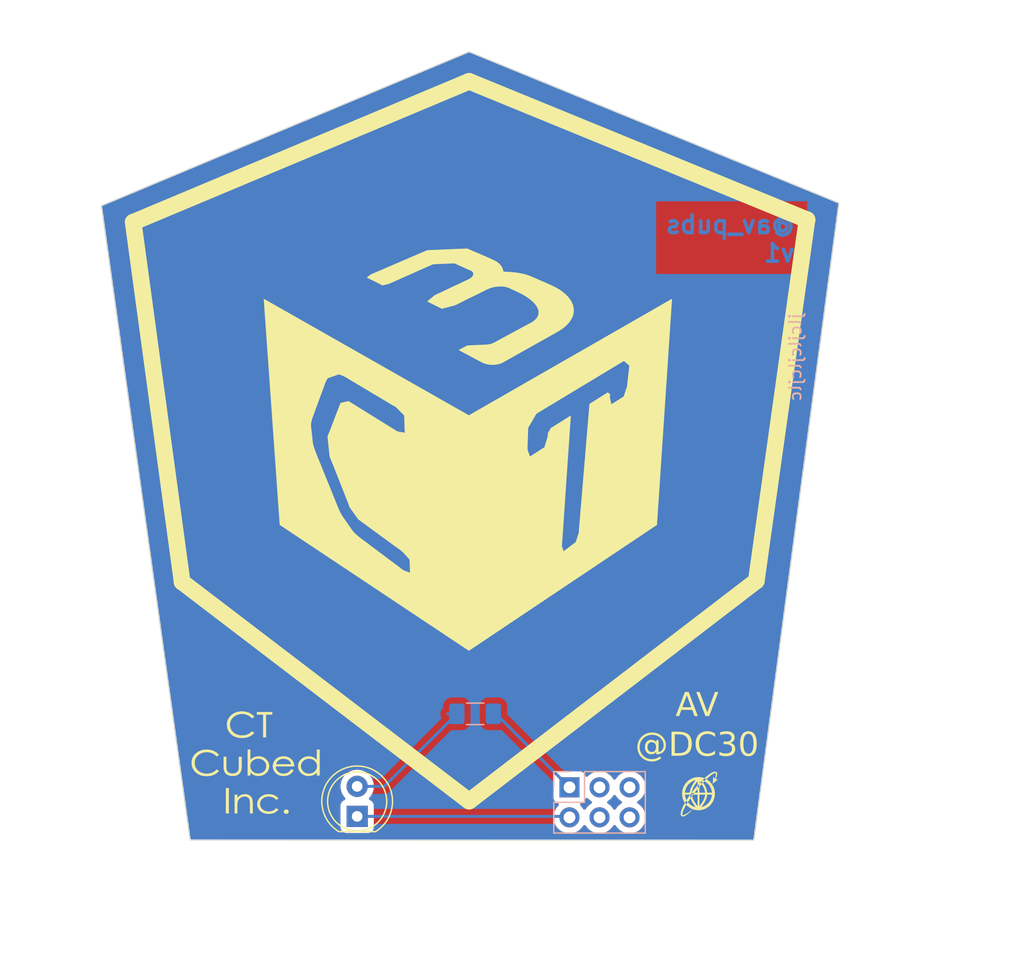
<source format=kicad_pcb>
(kicad_pcb (version 20220621) (generator pcbnew)
  (layers (0 "F.Cu" signal) (31 "B.Cu" signal) (34 "B.Paste" user) (35 "F.Paste" user) (36 "B.SilkS" user "B.Silkscreen") (37 "F.SilkS" user "F.Silkscreen") (38 "B.Mask" user) (39 "F.Mask" user) (44 "Edge.Cuts" user))
  (net 0 "")
  (net 1 "Net-(D1-K)")
  (net 2 "Net-(D1-A)")
  (net 3 "Net-(J1-Pin_1)")
  (footprint "LED_THT:LED_D5.0mm" (layer "F.Cu") (at 128.94 96.65 90)
    (fp_text reference "D1" hide)
    (fp_text value "LED")
  )
  (footprint "Connector_PinHeader_2.54mm:PinHeader_2x03_P2.54mm_Vertical" (layer "B.Cu") (at 146.9 94.19 -90)
    (fp_text reference "J1" hide)
    (fp_text value "Conn_02x03_Counter_Clockwise")
  )
  (footprint "Resistor_SMD:R_1206_3216Metric_Pad1.30x1.75mm_HandSolder" (layer "B.Cu") (at 138.92 87.97)
    (fp_text reference "R1" hide)
    (fp_text value "R")
  )
  (gr_line (start 109.996271 46.36584) (end 138.410365 34.442755) (stroke (width 1.409699)) (layer "F.SilkS"))
  (gr_line (start 156.663023 94.550408) (end 156.656771 94.600795) (stroke (width 0.019843)) (layer "F.SilkS"))
  (gr_line (start 156.980445 93.903612) (end 156.947844 93.938771) (stroke (width 0.019843)) (layer "F.SilkS"))
  (gr_line (start 158.672216 95.511736) (end 158.703382 95.475241) (stroke (width 0.019843)) (layer "F.SilkS"))
  (gr_line (start 157.271644 95.387687) (end 157.236353 95.318743) (stroke (width 0.019843)) (layer "F.SilkS"))
  (gr_line (start 158.328624 94.373507) (end 158.303958 94.306549) (stroke (width 0.019843)) (layer "F.SilkS"))
  (gr_line (start 157.086402 95.643905) (end 157.163375 95.701062) (stroke (width 0.019843)) (layer "F.SilkS"))
  (gr_line (start 157.291463 94.375011) (end 157.270487 94.442845) (stroke (width 0.019843)) (layer "F.SilkS"))
  (gr_line (start 158.47287 95.10346) (end 158.44713 95.176541) (stroke (width 0.019843)) (layer "F.SilkS"))
  (gr_line (start 158.106258 93.588902) (end 158.058381 93.577226) (stroke (width 0.019843)) (layer "F.SilkS"))
  (gr_poly (pts (xy 116.250203 91.001167) (xy 116.290579 91.002541) (xy 116.330457 91.004831) (xy 116.369837 91.008038) (xy 116.408719 91.01216) (xy 116.447102 91.017199) (xy 116.484988 91.023153) (xy 116.522376 91.030024) (xy 116.559266 91.037811) (xy 116.595659 91.046513) (xy 116.631553 91.056132) (xy 116.666951 91.066667) (xy 116.70185 91.078118) (xy 116.736253 91.090485) (xy 116.770158 91.103768) (xy 116.803565 91.117967) (xy 116.836335 91.133076) (xy 116.868363 91.148919) (xy 116.899649 91.165494) (xy 116.930192 91.182801) (xy 116.95999 91.200841) (xy 116.989043 91.219612) (xy 117.01735 91.239115) (xy 117.044909 91.25935) (xy 117.071721 91.280315) (xy 117.097783 91.302011) (xy 117.123095 91.324437) (xy 117.147656 91.347594) (xy 117.171465 91.37148) (xy 117.194521 91.396095) (xy 117.216823 91.42144) (xy 117.238364 91.447505) (xy 117.052914 91.57662) (xy 117.033534 91.55433) (xy 117.01367 91.532723) (xy 116.993321 91.511798) (xy 116.972488 91.491557) (xy 116.95117 91.471999) (xy 116.929367 91.453125) (xy 116.907079 91.434935) (xy 116.884306 91.417429) (xy 116.861047 91.400608) (xy 116.837303 91.384472) (xy 116.813074 91.369021) (xy 116.788358 91.354256) (xy 116.763157 91.340177) (xy 116.73747 91.326784) (xy 116.711296 91.314077) (xy 116.684636 91.302057) (xy 116.657671 91.290727) (xy 116.630371 91.280127) (xy 116.602737 91.270256) (xy 116.574767 91.261116) (xy 116.546461 91.252706) (xy 116.517818 91.245027) (xy 116.488838 91.238078) (xy 116.459519 91.23186) (xy 116.429862 91.226373) (xy 116.399865 91.221617) (xy 116.369529 91.217592) (xy 116.338851 91.214299) (xy 116.307832 91.211737) (xy 116.276471 91.209907) (xy 116.244767 91.208809) (xy 116.21272 91.208443) (xy 116.177785 91.208925) (xy 116.14317 91.210371) (xy 116.108874 91.212779) (xy 116.074899 91.216149) (xy 116.041244 91.22048) (xy 116.007908 91.22577) (xy 115.974892 91.232019) (xy 115.942195 91.239225) (xy 115.909817 91.247388) (xy 115.877759 91.256506) (xy 115.846019 91.266578) (xy 115.814598 91.277604) (xy 115.783495 91.289582) (xy 115.752712 91.302511) (xy 115.722246 91.31639) (xy 115.692099 91.331219) (xy 115.662557 91.346861) (xy 115.633871 91.363164) (xy 115.606038 91.380126) (xy 115.579057 91.397747) (xy 115.552925 91.416026) (xy 115.527642 91.434962) (xy 115.503205 91.454555) (xy 115.479613 91.474804) (xy 115.456865 91.495707) (xy 115.434957 91.517265) (xy 115.413889 91.539476) (xy 115.39366 91.56234) (xy 115.374266 91.585856) (xy 115.355707 91.610024) (xy 115.337981 91.634842) (xy 115.321086 91.66031) (xy 115.305128 91.68631) (xy 115.290195 91.712725) (xy 115.276287 91.739553) (xy 115.263405 91.766791) (xy 115.251549 91.794438) (xy 115.240721 91.822492) (xy 115.230922 91.850951) (xy 115.22215 91.879813) (xy 115.214409 91.909076) (xy 115.207697 91.938738) (xy 115.202016 91.968798) (xy 115.197367 91.999252) (xy 115.193749 92.0301) (xy 115.191164 92.06134) (xy 115.189613 92.092968) (xy 115.189096 92.124985) (xy 115.190246 92.173275) (xy 115.193698 92.220557) (xy 115.19945 92.266829) (xy 115.207504 92.312092) (xy 115.217858 92.356343) (xy 115.230514 92.399583) (xy 115.245471 92.441809) (xy 115.26273 92.483023) (xy 115.28229 92.523221) (xy 115.304152 92.562404) (xy 115.328315 92.600571) (xy 115.35478 92.637721) (xy 115.383547 92.673852) (xy 115.414615 92.708964) (xy 115.447985 92.743057) (xy 115.483658 92.776128) (xy 115.521091 92.807773) (xy 115.559727 92.837375) (xy 115.599565 92.864935) (xy 115.640607 92.890453) (xy 115.682855 92.91393) (xy 115.726308 92.935364) (xy 115.770969 92.954757) (xy 115.816837 92.972108) (xy 115.863915 92.987417) (xy 115.912203 93.000685) (xy 115.961702 93.011912) (xy 116.012414 93.021097) (xy 116.064339 93.028241) (xy 116.117478 93.033344) (xy 116.171832 93.036405) (xy 116.227403 93.037426) (xy 116.288447 93.036058) (xy 116.348227 93.031955) (xy 116.406743 93.025116) (xy 116.463998 93.015541) (xy 116.51999 93.00323) (xy 116.574723 92.988182) (xy 116.628196 92.970397) (xy 116.68041 92.949875) (xy 116.731366 92.926615) (xy 116.781065 92.900618) (xy 116.829509 92.871882) (xy 116.876697 92.840408) (xy 116.922631 92.806195) (xy 116.967311 92.769243) (xy 117.010739 92.729552) (xy 117.052916 92.687121) (xy 117.238422 92.814758) (xy 117.216079 92.839741) (xy 117.193061 92.864015) (xy 117.169368 92.887578) (xy 117.144999 92.91043) (xy 117.119953 92.932567) (xy 117.094231 92.95399) (xy 117.067833 92.974695) (xy 117.040758 92.994682) (xy 117.013006 93.013948) (xy 116.984577 93.032493) (xy 116.95547 93.050314) (xy 116.925686 93.06741) (xy 116.895224 93.083779) (xy 116.864084 93.099419) (xy 116.832266 93.11433) (xy 116.799769 93.128509) (xy 116.76668 93.14191) (xy 116.733108 93.154452) (xy 116.699051 93.166133) (xy 116.664512 93.176954) (xy 116.62949 93.186912) (xy 116.593987 93.196008) (xy 116.558004 93.204241) (xy 116.521541 93.21161) (xy 116.4846 93.218115) (xy 116.44718 93.223754) (xy 116.409283 93.228528) (xy 116.37091 93.232435) (xy 116.332062 93.235476) (xy 116.292738 93.237648) (xy 116.252941 93.238952) (xy 116.212671 93.239387) (xy 116.136547 93.237931) (xy 116.062457 93.233563) (xy 115.990401 93.226283) (xy 115.92038 93.216092) (xy 115.852395 93.20299) (xy 115.786447 93.186976) (xy 115.722537 93.168052) (xy 115.660665 93.146216) (xy 115.600832 93.121469) (xy 115.543039 93.093812) (xy 115.487287 93.063245) (xy 115.433577 93.029767) (xy 115.381909 92.993378) (xy 115.332285 92.95408) (xy 115.284704 92.911872) (xy 115.239169 92.866754) (xy 115.202997 92.826977) (xy 115.169154 92.786172) (xy 115.137641 92.744341) (xy 115.108457 92.701483) (xy 115.081605 92.657602) (xy 115.057084 92.612697) (xy 115.034895 92.566771) (xy 115.015039 92.519823) (xy 114.997517 92.471855) (xy 114.982328 92.422869) (xy 114.969475 92.372864) (xy 114.958957 92.321844) (xy 114.950775 92.269808) (xy 114.94493 92.216757) (xy 114.941422 92.162694) (xy 114.940253 92.107618) (xy 114.941666 92.049752) (xy 114.945904 91.993035) (xy 114.952967 91.937466) (xy 114.962857 91.883048) (xy 114.975572 91.829783) (xy 114.991112 91.777671) (xy 115.009479 91.726714) (xy 115.030671 91.676914) (xy 115.054689 91.628272) (xy 115.081533 91.58079) (xy 115.111204 91.534469) (xy 115.1437 91.48931) (xy 115.179023 91.445316) (xy 115.217172 91.402487) (xy 115.258147 91.360825) (xy 115.301949 91.320332) (xy 115.347979 91.281608) (xy 115.39543 91.245386) (xy 115.444303 91.211666) (xy 115.494598 91.180447) (xy 115.546316 91.151728) (xy 115.599458 91.12551) (xy 115.654024 91.101791) (xy 115.710015 91.08057) (xy 115.767432 91.061849) (xy 115.826276 91.045625) (xy 115.886546 91.031898) (xy 115.948245 91.020669) (xy 116.011371 91.011936) (xy 116.075927 91.005698) (xy 116.141912 91.001956) (xy 116.209328 91.000709)) (stroke (width 0.02)) (fill solid) (layer "F.SilkS"))
  (gr_line (start 158.877611 94.264308) (end 158.857775 94.219752) (stroke (width 0.019843)) (layer "F.SilkS"))
  (gr_line (start 157.375284 94.177285) (end 157.344192 94.24221) (stroke (width 0.019843)) (layer "F.SilkS"))
  (gr_line (start 158.67234 93.938846) (end 158.605759 93.869915) (stroke (width 0.019843)) (layer "F.SilkS"))
  (gr_line (start 158.098709 95.769095) (end 158.009559 95.882938) (stroke (width 0.019843)) (layer "F.SilkS"))
  (gr_line (start 157.095476 94.57382) (end 157.108081 94.496977) (stroke (width 0.019843)) (layer "F.SilkS"))
  (gr_line (start 158.948707 94.949791) (end 158.957037 94.900099) (stroke (width 0.019843)) (layer "F.SilkS"))
  (gr_line (start 157.737501 95.809317) (end 157.737501 94.798675) (stroke (width 0.019843)) (layer "F.SilkS"))
  (gr_line (start 158.27592 94.240651) (end 158.24484 94.175818) (stroke (width 0.019843)) (layer "F.SilkS"))
  (gr_line (start 157.349137 95.521139) (end 157.309361 95.455167) (stroke (width 0.019843)) (layer "F.SilkS"))
  (gr_line (start 158.009757 93.567569) (end 158.098842 93.681403) (stroke (width 0.019843)) (layer "F.SilkS"))
  (gr_line (start 158.009757 93.567569) (end 158.009757 93.567569) (stroke (width 0.019843)) (layer "F.SilkS"))
  (gr_line (start 138.410365 34.442755) (end 166.989636 46.157246) (stroke (width 1.409699)) (layer "F.SilkS"))
  (gr_line (start 158.055333 93.867833) (end 157.969761 93.752292) (stroke (width 0.019843)) (layer "F.SilkS"))
  (gr_line (start 156.832252 94.092306) (end 156.807287 94.133686) (stroke (width 0.019843)) (layer "F.SilkS"))
  (gr_line (start 158.311888 93.99534) (end 158.34978 94.062819) (stroke (width 0.019843)) (layer "F.SilkS"))
  (gr_line (start 158.967417 94.798675) (end 158.532045 94.798675) (stroke (width 0.019843)) (layer "F.SilkS"))
  (gr_line (start 156.947844 95.511736) (end 157.014435 95.580674) (stroke (width 0.019843)) (layer "F.SilkS"))
  (gr_line (start 158.275781 95.208199) (end 158.30383 95.142287) (stroke (width 0.019843)) (layer "F.SilkS"))
  (gr_poly (pts (xy 119.902842 91.882424) (xy 119.920561 91.863148) (xy 119.938538 91.844488) (xy 119.956775 91.826446) (xy 119.97527 91.809022) (xy 119.994025 91.792216) (xy 120.013041 91.776029) (xy 120.032318 91.760462) (xy 120.051856 91.745516) (xy 120.071657 91.731191) (xy 120.09172 91.717488) (xy 120.112047 91.704407) (xy 120.132638 91.691949) (xy 120.153494 91.680116) (xy 120.174615 91.668906) (xy 120.196001 91.658322) (xy 120.217654 91.648364) (xy 120.239569 91.638923) (xy 120.26174 91.630096) (xy 120.284167 91.621884) (xy 120.306851 91.614285) (xy 120.329792 91.607299) (xy 120.352989 91.600924) (xy 120.376443 91.595161) (xy 120.400154 91.590007) (xy 120.424122 91.585463) (xy 120.448347 91.581528) (xy 120.472829 91.5782) (xy 120.497568 91.575479) (xy 120.522564 91.573364) (xy 120.547818 91.571854) (xy 120.573328 91.570949) (xy 120.599097 91.570648) (xy 120.644803 91.571593) (xy 120.689669 91.57443) (xy 120.733694 91.579159) (xy 120.776878 91.585778) (xy 120.81922 91.594288) (xy 120.86072 91.604689) (xy 120.901378 91.61698) (xy 120.941193 91.631162) (xy 120.980165 91.647234) (xy 121.018294 91.665197) (xy 121.055578 91.685049) (xy 121.092019 91.706791) (xy 121.127615 91.730423) (xy 121.162365 91.755944) (xy 121.196271 91.783355) (xy 121.229331 91.812655) (xy 121.260951 91.843381) (xy 121.290538 91.874899) (xy 121.31809 91.907211) (xy 121.343607 91.94032) (xy 121.367088 91.974227) (xy 121.388532 92.008934) (xy 121.407937 92.044443) (xy 121.425304 92.080757) (xy 121.440631 92.117877) (xy 121.453917 92.155805) (xy 121.465162 92.194544) (xy 121.474364 92.234095) (xy 121.481523 92.27446) (xy 121.486637 92.315642) (xy 121.489707 92.357642) (xy 121.49073 92.400462) (xy 121.4897 92.442665) (xy 121.486612 92.484103) (xy 121.481465 92.524772) (xy 121.474259 92.564673) (xy 121.464993 92.603802) (xy 121.453669 92.642159) (xy 121.440285 92.679741) (xy 121.424842 92.716547) (xy 121.407339 92.752575) (xy 121.387777 92.787824) (xy 121.366156 92.822291) (xy 121.342475 92.855976) (xy 121.316734 92.888876) (xy 121.288933 92.920989) (xy 121.259073 92.952315) (xy 121.227153 92.982851) (xy 121.193796 93.012071) (xy 121.159607 93.039411) (xy 121.124584 93.064872) (xy 121.088728 93.088452) (xy 121.052036 93.11015) (xy 121.014509 93.129965) (xy 120.976146 93.147897) (xy 120.936946 93.163945) (xy 120.896908 93.178108) (xy 120.856031 93.190386) (xy 120.814315 93.200777) (xy 120.771759 93.20928) (xy 120.728363 93.215895) (xy 120.684125 93.220621) (xy 120.639044 93.223457) (xy 120.593121 93.224403) (xy 120.566681 93.224084) (xy 120.540558 93.223126) (xy 120.514752 93.221531) (xy 120.489262 93.219297) (xy 120.464088 93.216425) (xy 120.43923 93.212915) (xy 120.414687 93.208767) (xy 120.390458 93.203981) (xy 120.366543 93.198557) (xy 120.342941 93.192496) (xy 120.319652 93.185796) (xy 120.296676 93.17846) (xy 120.274011 93.170486) (xy 120.251657 93.161874) (xy 120.229615 93.152625) (xy 120.207882 93.142738) (xy 120.186446 93.132208) (xy 120.165331 93.121027) (xy 120.144535 93.109194) (xy 120.124059 93.096709) (xy 120.1039 93.083571) (xy 120.084059 93.06978) (xy 120.064534 93.055334) (xy 120.045324 93.040233) (xy 120.026428 93.024477) (xy 120.007846 93.008064) (xy 119.989577 92.990995) (xy 119.97162 92.973268) (xy 119.953974 92.954882) (xy 119.936637 92.935838) (xy 119.91961 92.916134) (xy 119.902891 92.89577) (xy 119.902891 93.185773) (xy 119.680274 93.185773) (xy 119.680261 93.185786) (xy 119.680249 93.185799) (xy 119.680236 93.185812) (xy 119.680224 93.185825) (xy 119.680224 92.390134) (xy 119.889729 92.390134) (xy 119.890503 92.423837) (xy 119.892825 92.456845) (xy 119.896696 92.489155) (xy 119.902117 92.520767) (xy 119.909088 92.55168) (xy 119.917611 92.581894) (xy 119.927686 92.611406) (xy 119.939314 92.640217) (xy 119.952497 92.668326) (xy 119.967233 92.695731) (xy 119.983526 92.722432) (xy 120.001374 92.748428) (xy 120.02078 92.773718) (xy 120.041743 92.798301) (xy 120.064266 92.822176) (xy 120.088348 92.845343) (xy 120.113472 92.86754) (xy 120.13931 92.8883) (xy 120.165864 92.907623) (xy 120.193134 92.92551) (xy 120.221122 92.941962) (xy 120.249829 92.956979) (xy 120.279255 92.970563) (xy 120.309402 92.982714) (xy 120.340272 92.993432) (xy 120.371864 93.002719) (xy 120.404181 93.010575) (xy 120.437223 93.017001) (xy 120.470992 93.021998) (xy 120.505488 93.025566) (xy 120.540713 93.027706) (xy 120.576668 93.028419) (xy 120.576668 93.028469) (xy 120.599786 93.028144) (xy 120.622699 93.027172) (xy 120.645403 93.025551) (xy 120.667897 93.023284) (xy 120.690177 93.020371) (xy 120.712241 93.016812) (xy 120.734087 93.012608) (xy 120.755712 93.007761) (xy 120.777113 93.002271) (xy 120.798288 92.996138) (xy 120.819235 92.989363) (xy 120.839949 92.981948) (xy 120.86043 92.973892) (xy 120.880674 92.965197) (xy 120.900678 92.955864) (xy 120.920441 92.945892) (xy 120.939923 92.935236) (xy 120.958896 92.924058) (xy 120.977361 92.912358) (xy 120.995318 92.900136) (xy 121.012769 92.887393) (xy 121.029713 92.874127) (xy 121.046151 92.860341) (xy 121.062083 92.846032) (xy 121.077511 92.831202) (xy 121.092434 92.81585) (xy 121.106854 92.799978) (xy 121.12077 92.783583) (xy 121.134183 92.766668) (xy 121.147094 92.749231) (xy 121.159503 92.731273) (xy 121.171411 92.712794) (xy 121.182705 92.694083) (xy 121.193271 92.675219) (xy 121.203109 92.656204) (xy 121.21222 92.63704) (xy 121.220603 92.617728) (xy 121.228257 92.598271) (xy 121.235183 92.578669) (xy 121.241381 92.558926) (xy 121.24685 92.539041) (xy 121.25159 92.519018) (xy 121.255602 92.498857) (xy 121.258884 92.478561) (xy 121.261438 92.458132) (xy 121.263262 92.43757) (xy 121.264356 92.416878) (xy 121.264721 92.396057) (xy 121.264356 92.375248) (xy 121.263261 92.354555) (xy 121.261434 92.333977) (xy 121.258876 92.313516) (xy 121.255586 92.293173) (xy 121.251564 92.272948) (xy 121.246808 92.252844) (xy 121.241318 92.232859) (xy 121.235093 92.212997) (xy 121.228133 92.193257) (xy 121.220438 92.173641) (xy 121.212006 92.154149) (xy 121.202838 92.134782) (xy 121.192932 92.115542) (xy 121.182287 92.09643) (xy 121.170904 92.077446) (xy 121.158884 92.05885) (xy 121.146364 92.040768) (xy 121.133345 92.023201) (xy 121.119824 92.006149) (xy 121.105803 91.989612) (xy 121.091279 91.973592) (xy 121.076253 91.958088) (xy 121.060722 91.943101) (xy 121.044688 91.928631) (xy 121.028149 91.914679) (xy 121.011103 91.901246) (xy 120.993552 91.888331) (xy 120.975492 91.875935) (xy 120.956925 91.864059) (xy 120.93785 91.852704) (xy 120.918264 91.841868) (xy 120.898331 91.831712) (xy 120.878232 91.822205) (xy 120.857967 91.813347) (xy 120.837535 91.80514) (xy 120.816937 91.797584) (xy 120.796172 91.79068) (xy 120.775241 91.78443) (xy 120.754143 91.778834) (xy 120.732879 91.773893) (xy 120.711447 91.769608) (xy 120.689849 91.76598) (xy 120.668084 91.763009) (xy 120.646151 91.760697) (xy 120.624052 91.759045) (xy 120.601785 91.758053) (xy 120.579352 91.757722) (xy 120.556604 91.758053) (xy 120.533986 91.759045) (xy 120.511497 91.760697) (xy 120.489138 91.763009) (xy 120.466911 91.76598) (xy 120.444815 91.769608) (xy 120.422852 91.773893) (xy 120.401022 91.778834) (xy 120.379327 91.78443) (xy 120.357766 91.79068) (xy 120.336341 91.797584) (xy 120.315052 91.80514) (xy 120.2939 91.813347) (xy 120.272886 91.822205) (xy 120.252011 91.831712) (xy 120.231275 91.841868) (xy 120.211016 91.85267) (xy 120.191346 91.863925) (xy 120.172264 91.875633) (xy 120.153772 91.887794) (xy 120.135871 91.900408) (xy 120.11856 91.913474) (xy 120.101841 91.926992) (xy 120.085715 91.940963) (xy 120.070182 91.955386) (xy 120.055244 91.97026) (xy 120.0409 91.985587) (xy 120.027151 92.001365) (xy 120.013999 92.017595) (xy 120.001444 92.034276) (xy 119.989487 92.051408) (xy 119.978128 92.068991) (xy 119.967432 92.08694) (xy 119.957424 92.105169) (xy 119.948105 92.123679) (xy 119.939475 92.142472) (xy 119.931534 92.161546) (xy 119.924282 92.180903) (xy 119.91772 92.200543) (xy 119.911848 92.220467) (xy 119.906666 92.240675) (xy 119.902174 92.261168) (xy 119.898372 92.281946) (xy 119.895261 92.30301) (xy 119.892841 92.32436) (xy 119.891113 92.345997) (xy 119.890075 92.367921) (xy 119.889729 92.390134) (xy 119.680224 92.390134) (xy 119.680224 91.000613) (xy 119.902842 91.000613)) (stroke (width 0.02)) (fill solid) (layer "F.SilkS"))
  (gr_line (start 158.532045 94.798675) (end 158.524583 94.876654) (stroke (width 0.019843)) (layer "F.SilkS"))
  (gr_line (start 157.316141 94.308126) (end 157.291463 94.375011) (stroke (width 0.019843)) (layer "F.SilkS"))
  (gr_poly (pts (xy 125.759699 93.185875) (xy 125.537081 93.185875) (xy 125.537081 92.914704) (xy 125.519343 92.933796) (xy 125.50135 92.952283) (xy 125.483097 92.970166) (xy 125.464586 92.987442) (xy 125.445813 93.004111) (xy 125.426778 93.020173) (xy 125.407479 93.035628) (xy 125.387914 93.050473) (xy 125.368082 93.064709) (xy 125.347982 93.078335) (xy 125.327612 93.091351) (xy 125.30697 93.103755) (xy 125.286055 93.115547) (xy 125.264866 93.126727) (xy 125.243402 93.137293) (xy 125.221659 93.147245) (xy 125.199739 93.156607) (xy 125.17755 93.165363) (xy 125.155096 93.173514) (xy 125.132377 93.181061) (xy 125.109396 93.188003) (xy 125.086154 93.194341) (xy 125.062653 93.200074) (xy 125.038894 93.205203) (xy 125.01488 93.209728) (xy 124.990611 93.213649) (xy 124.966091 93.216967) (xy 124.941319 93.219681) (xy 124.916299 93.221791) (xy 124.891032 93.223299) (xy 124.865519 93.224203) (xy 124.839762 93.224504) (xy 124.794145 93.223559) (xy 124.749357 93.220722) (xy 124.7054 93.215993) (xy 124.662275 93.209374) (xy 124.619983 93.200864) (xy 124.578524 93.190463) (xy 124.537902 93.178172) (xy 124.498116 93.16399) (xy 124.459167 93.147918) (xy 124.421058 93.129955) (xy 124.383788 93.110103) (xy 124.34736 93.088361) (xy 124.311775 93.064729) (xy 124.277033 93.039208) (xy 124.243136 93.011797) (xy 124.210085 92.982497) (xy 124.178471 92.951765) (xy 124.148904 92.920227) (xy 124.121381 92.887883) (xy 124.095903 92.85473) (xy 124.072468 92.820767) (xy 124.051076 92.785992) (xy 124.031725 92.750402) (xy 124.014415 92.713997) (xy 123.999145 92.676774) (xy 123.985913 92.638732) (xy 123.97472 92.599868) (xy 123.965564 92.560182) (xy 123.958444 92.519671) (xy 123.953359 92.478334) (xy 123.950309 92.436168) (xy 123.949455 92.400059) (xy 124.175202 92.400059) (xy 124.175566 92.420692) (xy 124.176658 92.44122) (xy 124.17848 92.461643) (xy 124.181032 92.481959) (xy 124.184316 92.502168) (xy 124.188332 92.52227) (xy 124.193082 92.542264) (xy 124.198567 92.56215) (xy 124.204787 92.581926) (xy 124.211744 92.601592) (xy 124.219439 92.621148) (xy 124.227873 92.640593) (xy 124.237047 92.659927) (xy 124.246962 92.679148) (xy 124.257618 92.698257) (xy 124.269018 92.717252) (xy 124.281021 92.735911) (xy 124.293525 92.75405) (xy 124.306532 92.771668) (xy 124.320041 92.788763) (xy 124.334054 92.805335) (xy 124.348572 92.821382) (xy 124.363595 92.836904) (xy 124.379124 92.851901) (xy 124.39516 92.86637) (xy 124.411703 92.880312) (xy 124.428754 92.893725) (xy 124.446314 92.906608) (xy 124.464384 92.918961) (xy 124.482964 92.930783) (xy 124.502055 92.942072) (xy 124.521658 92.952829) (xy 124.541588 92.963073) (xy 124.561699 92.972655) (xy 124.58199 92.981576) (xy 124.602461 92.989835) (xy 124.623113 92.997432) (xy 124.643944 93.004368) (xy 124.664955 93.010642) (xy 124.686146 93.016256) (xy 124.707517 93.021208) (xy 124.729068 93.0255) (xy 124.750798 93.029131) (xy 124.772708 93.032101) (xy 124.794797 93.034411) (xy 124.817065 93.036061) (xy 124.839513 93.037051) (xy 124.86214 93.037381) (xy 124.884888 93.037056) (xy 124.907504 93.036082) (xy 124.929988 93.034457) (xy 124.952337 93.03218) (xy 124.974548 93.029252) (xy 124.996618 93.02567) (xy 125.018547 93.021436) (xy 125.040331 93.016547) (xy 125.061967 93.011003) (xy 125.083454 93.004803) (xy 125.104789 92.997947) (xy 125.12597 92.990433) (xy 125.146994 92.982262) (xy 125.16786 92.973432) (xy 125.188564 92.963943) (xy 125.209104 92.953793) (xy 125.229374 92.943086) (xy 125.249044 92.931926) (xy 125.268114 92.920311) (xy 125.286584 92.908239) (xy 125.304456 92.895709) (xy 125.32173 92.88272) (xy 125.338406 92.869269) (xy 125.354486 92.855357) (xy 125.369971 92.84098) (xy 125.38486 92.826138) (xy 125.399155 92.810828) (xy 125.412857 92.795051) (xy 125.425966 92.778803) (xy 125.438483 92.762084) (xy 125.450409 92.744893) (xy 125.461744 92.727227) (xy 125.472458 92.709272) (xy 125.482482 92.691025) (xy 125.491814 92.672487) (xy 125.500456 92.653659) (xy 125.508407 92.634542) (xy 125.515666 92.615138) (xy 125.522235 92.595447) (xy 125.528113 92.575472) (xy 125.533299 92.555211) (xy 125.537795 92.534668) (xy 125.541598 92.513843) (xy 125.544711 92.492737) (xy 125.547132 92.471352) (xy 125.548861 92.449687) (xy 125.549899 92.427746) (xy 125.550244 92.405528) (xy 125.549469 92.371824) (xy 125.547144 92.338816) (xy 125.543268 92.306503) (xy 125.537841 92.274886) (xy 125.530862 92.243964) (xy 125.52233 92.213738) (xy 125.512246 92.184208) (xy 125.500608 92.155374) (xy 125.487417 92.127236) (xy 125.472671 92.099794) (xy 125.45637 92.073048) (xy 125.438514 92.046998) (xy 125.419102 92.021645) (xy 125.398133 91.996987) (xy 125.375607 91.973027) (xy 125.351524 91.949762) (xy 125.326417 91.927565) (xy 125.300594 91.906805) (xy 125.274054 91.887482) (xy 125.246797 91.869595) (xy 125.218823 91.853143) (xy 125.190133 91.838126) (xy 125.160726 91.824542) (xy 125.130602 91.812391) (xy 125.099762 91.801673) (xy 125.068205 91.792386) (xy 125.035931 91.78453) (xy 125.00294 91.778104) (xy 124.969233 91.773107) (xy 124.934809 91.769539) (xy 124.899668 91.767399) (xy 124.86381 91.766686) (xy 124.863761 91.766634) (xy 124.840537 91.766959) (xy 124.817534 91.767936) (xy 124.794753 91.769564) (xy 124.772197 91.771842) (xy 124.749865 91.774769) (xy 124.72776 91.778347) (xy 124.705883 91.782574) (xy 124.684235 91.787449) (xy 124.662818 91.792973) (xy 124.641634 91.799145) (xy 124.620683 91.805965) (xy 124.599967 91.813432) (xy 124.579487 91.821546) (xy 124.559245 91.830307) (xy 124.539243 91.839714) (xy 124.519481 91.849767) (xy 124.499983 91.860342) (xy 124.480997 91.87145) (xy 124.462524 91.883089) (xy 124.44456 91.895258) (xy 124.427106 91.907958) (xy 124.41016 91.921186) (xy 124.393721 91.934943) (xy 124.377789 91.949228) (xy 124.362361 91.964039) (xy 124.347437 91.979377) (xy 124.333015 91.99524) (xy 124.319096 92.011627) (xy 124.305676 92.028539) (xy 124.292756 92.045974) (xy 124.280335 92.063931) (xy 124.26841 92.08241) (xy 124.257117 92.101202) (xy 124.246554 92.120137) (xy 124.236721 92.139215) (xy 124.227617 92.158435) (xy 124.219242 92.177798) (xy 124.211596 92.197302) (xy 124.204679 92.216948) (xy 124.198491 92.236734) (xy 124.193031 92.256662) (xy 124.1883 92.276729) (xy 124.184297 92.296937) (xy 124.181022 92.317283) (xy 124.178476 92.33777) (xy 124.176657 92.358394) (xy 124.175565 92.379158) (xy 124.175202 92.400059) (xy 123.949455 92.400059) (xy 123.949292 92.393172) (xy 123.950322 92.351135) (xy 123.95341 92.309856) (xy 123.958557 92.269334) (xy 123.965764 92.229573) (xy 123.975029 92.190572) (xy 123.986354 92.152334) (xy 123.999737 92.114859) (xy 124.01518 92.078149) (xy 124.032683 92.042205) (xy 124.052245 92.007028) (xy 124.073866 91.97262) (xy 124.097548 91.938981) (xy 124.123288 91.906114) (xy 124.151089 91.874019) (xy 124.180949 91.842697) (xy 124.21287 91.812151) (xy 124.24612 91.782949) (xy 124.280215 91.755624) (xy 124.315157 91.730176) (xy 124.350944 91.706608) (xy 124.387577 91.68492) (xy 124.425055 91.665113) (xy 124.463378 91.647187) (xy 124.502546 91.631145) (xy 124.542559 91.616986) (xy 124.583417 91.604711) (xy 124.625119 91.594323) (xy 124.667666 91.585821) (xy 124.711057 91.579207) (xy 124.755292 91.574481) (xy 124.800371 91.571645) (xy 124.846294 91.5707) (xy 124.872838 91.571024) (xy 124.899062 91.571997) (xy 124.924968 91.573618) (xy 124.950556 91.575886) (xy 124.975827 91.578801) (xy 125.000782 91.582362) (xy 125.025422 91.586569) (xy 125.049748 91.59142) (xy 125.073761 91.596916) (xy 125.097461 91.603055) (xy 125.12085 91.609838) (xy 125.143928 91.617263) (xy 125.166697 91.625331) (xy 125.189157 91.634039) (xy 125.211308 91.643388) (xy 125.233153 91.653378) (xy 125.254589 91.663994) (xy 125.275702 91.675261) (xy 125.296493 91.687179) (xy 125.316961 91.699748) (xy 125.337104 91.712968) (xy 125.356923 91.726838) (xy 125.376417 91.741358) (xy 125.395585 91.756528) (xy 125.414427 91.772348) (xy 125.432942 91.788817) (xy 125.451129 91.805936) (xy 125.468988 91.823703) (xy 125.486519 91.842119) (xy 125.50372 91.861184) (xy 125.520592 91.880897) (xy 125.537133 91.901259) (xy 125.537133 91.000665) (xy 125.759699 91.000665)) (stroke (width 0.02)) (fill solid) (layer "F.SilkS"))
  (gr_line (start 156.671353 94.949791) (end 156.681715 94.998743) (stroke (width 0.019843)) (layer "F.SilkS"))
  (gr_line (start 114.133704 76.81104) (end 114.133704 76.81104) (stroke (width 1.409699)) (layer "F.SilkS"))
  (gr_line (start 158.532045 94.651832) (end 158.532045 94.651832) (stroke (width 0.019843)) (layer "F.SilkS"))
  (gr_line (start 157.523464 93.927909) (end 157.483507 93.988663) (stroke (width 0.019843)) (layer "F.SilkS"))
  (gr_line (start 156.886994 94.013051) (end 156.858836 94.05208) (stroke (width 0.019843)) (layer "F.SilkS"))
  (gr_line (start 156.681715 94.451764) (end 156.671353 94.500716) (stroke (width 0.019843)) (layer "F.SilkS"))
  (gr_line (start 158.957037 94.900099) (end 158.963288 94.849712) (stroke (width 0.019843)) (layer "F.SilkS"))
  (gr_line (start 156.652643 94.798675) (end 156.652643 94.798675) (stroke (width 0.019843)) (layer "F.SilkS"))
  (gr_line (start 158.106061 95.861637) (end 158.153146 95.848) (stroke (width 0.019843)) (layer "F.SilkS"))
  (gr_line (start 158.187247 93.802116) (end 158.230239 93.864946) (stroke (width 0.019843)) (layer "F.SilkS"))
  (gr_line (start 158.332815 93.675977) (end 158.289366 93.654888) (stroke (width 0.019843)) (layer "F.SilkS"))
  (gr_line (start 158.30383 95.142287) (end 158.328513 95.075409) (stroke (width 0.019843)) (layer "F.SilkS"))
  (gr_line (start 158.511979 94.953473) (end 158.494614 95.02909) (stroke (width 0.019843)) (layer "F.SilkS"))
  (gr_line (start 158.533658 95.643905) (end 158.57029 95.613026) (stroke (width 0.019843)) (layer "F.SilkS"))
  (gr_line (start 157.610501 95.882938) (end 157.521497 95.769104) (stroke (width 0.019843)) (layer "F.SilkS"))
  (gr_line (start 138.410365 34.442755) (end 138.410365 34.442755) (stroke (width 1.409699)) (layer "F.SilkS"))
  (gr_line (start 156.652643 94.651832) (end 157.088015 94.651832) (stroke (width 0.019843)) (layer "F.SilkS"))
  (gr_line (start 157.650299 95.698069) (end 157.737501 95.809317) (stroke (width 0.019843)) (layer "F.SilkS"))
  (gr_line (start 158.605759 93.869915) (end 158.533804 93.806689) (stroke (width 0.019843)) (layer "F.SilkS"))
  (gr_line (start 162.700311 76.722948) (end 162.700311 76.722948) (stroke (width 1.409699)) (layer "F.SilkS"))
  (gr_line (start 157.203853 95.248376) (end 157.174512 95.176628) (stroke (width 0.019843)) (layer "F.SilkS"))
  (gr_line (start 158.911709 95.094241) (end 158.925997 95.046908) (stroke (width 0.019843)) (layer "F.SilkS"))
  (gr_poly (pts (xy 159.211699 92.86946) (xy 159.220052 92.869794) (xy 159.228517 92.870387) (xy 159.237093 92.871252) (xy 159.241353 92.871748) (xy 159.245651 92.872356) (xy 159.249985 92.873094) (xy 159.254357 92.87398) (xy 159.258766 92.875035) (xy 159.263212 92.876275) (xy 159.265449 92.876971) (xy 159.267696 92.87772) (xy 159.269952 92.878525) (xy 159.272217 92.879388) (xy 159.289679 92.885738) (xy 159.291837 92.886881) (xy 159.293992 92.888073) (xy 159.296143 92.889306) (xy 159.298286 92.890575) (xy 159.300421 92.891871) (xy 159.302543 92.893189) (xy 159.306745 92.895858) (xy 159.310906 92.898515) (xy 159.315029 92.901191) (xy 159.317066 92.902565) (xy 159.319079 92.903979) (xy 159.321064 92.905443) (xy 159.323017 92.906971) (xy 159.336907 92.92106) (xy 159.338715 92.922794) (xy 159.340425 92.924571) (xy 159.342046 92.926388) (xy 159.343586 92.928241) (xy 159.345053 92.930126) (xy 159.346458 92.93204) (xy 159.347807 92.93398) (xy 159.349111 92.935943) (xy 159.351615 92.939919) (xy 159.354041 92.943942) (xy 159.356457 92.947984) (xy 159.358934 92.952016) (xy 159.363005 92.960257) (xy 159.366605 92.968456) (xy 159.36976 92.976611) (xy 159.372496 92.984718) (xy 159.374838 92.992772) (xy 159.376814 93.00077) (xy 159.378449 93.008708) (xy 159.37977 93.016583) (xy 159.380802 93.02439) (xy 159.381572 93.032125) (xy 159.382106 93.039786) (xy 159.38243 93.047368) (xy 159.382553 93.062281) (xy 159.382151 93.076833) (xy 159.381254 93.091234) (xy 159.379928 93.105424) (xy 159.378206 93.119413) (xy 159.376123 93.133214) (xy 159.373715 93.146839) (xy 159.371017 93.160298) (xy 159.368062 93.173604) (xy 159.364887 93.186767) (xy 159.353382 93.228394) (xy 159.340525 93.269231) (xy 159.326437 93.309341) (xy 159.311234 93.348792) (xy 159.295036 93.387647) (xy 159.277962 93.425972) (xy 159.260129 93.463831) (xy 159.241657 93.501291) (xy 159.44704 93.515578) (xy 159.025162 93.871377) (xy 159.064651 93.320911) (xy 159.194826 93.476089) (xy 159.208736 93.438151) (xy 159.222089 93.400103) (xy 159.234741 93.361967) (xy 159.246544 93.323764) (xy 159.257351 93.285514) (xy 159.267017 93.247238) (xy 159.275394 93.208958) (xy 159.282337 93.170694) (xy 159.284083 93.158652) (xy 159.285586 93.146652) (xy 159.28683 93.134717) (xy 159.287794 93.122871) (xy 159.288461 93.111136) (xy 159.288811 93.099536) (xy 159.288827 93.088094) (xy 159.288489 93.076833) (xy 159.288214 93.071306) (xy 159.287835 93.065823) (xy 159.287351 93.0604) (xy 159.286758 93.055055) (xy 159.286057 93.049802) (xy 159.285245 93.044658) (xy 159.284319 93.03964) (xy 159.28328 93.034764) (xy 159.282124 93.030046) (xy 159.280849 93.025503) (xy 159.279456 93.02115) (xy 159.27794 93.017004) (xy 159.276302 93.013082) (xy 159.274538 93.009399) (xy 159.272648 93.005971) (xy 159.270629 93.002816) (xy 159.268534 92.999996) (xy 159.266406 92.997408) (xy 159.264232 92.995043) (xy 159.261997 92.992891) (xy 159.259688 92.990942) (xy 159.25729 92.989188) (xy 159.254791 92.987617) (xy 159.252174 92.986222) (xy 159.249428 92.984991) (xy 159.246538 92.983916) (xy 159.243489 92.982987) (xy 159.240268 92.982194) (xy 159.236862 92.981528) (xy 159.233255 92.980979) (xy 159.229434 92.980538) (xy 159.225386 92.980194) (xy 159.221155 92.980111) (xy 159.216801 92.980158) (xy 159.212332 92.980338) (xy 159.207756 92.98065) (xy 159.203079 92.981096) (xy 159.19831 92.981677) (xy 159.193457 92.982393) (xy 159.188526 92.983245) (xy 159.183525 92.984235) (xy 159.178462 92.985362) (xy 159.173344 92.986629) (xy 159.16818 92.988035) (xy 159.162975 92.989583) (xy 159.157739 92.991271) (xy 159.152478 92.993102) (xy 159.147201 92.995077) (xy 159.136628 92.998914) (xy 159.126045 93.003047) (xy 159.115457 93.007462) (xy 159.104869 93.012143) (xy 159.083706 93.022243) (xy 159.062592 93.033227) (xy 159.041562 93.044973) (xy 159.02065 93.057361) (xy 158.999892 93.070271) (xy 158.979323 93.08358) (xy 158.958775 93.097213) (xy 158.938355 93.11116) (xy 158.91806 93.1254) (xy 158.897889 93.139912) (xy 158.877839 93.154675) (xy 158.857907 93.169668) (xy 158.838091 93.18487) (xy 158.81839 93.200261) (xy 158.779376 93.231777) (xy 158.740758 93.263935) (xy 158.70252 93.296688) (xy 158.664651 93.32999) (xy 158.627134 93.363794) (xy 158.589957 93.398054) (xy 158.553106 93.432723) (xy 158.516566 93.467755) (xy 158.479062 93.503829) (xy 158.525298 93.530748) (xy 158.581235 93.567063) (xy 158.635286 93.605988) (xy 158.687363 93.647437) (xy 158.73738 93.691322) (xy 158.785251 93.737556) (xy 158.83089 93.78605) (xy 158.874209 93.836718) (xy 158.915124 93.889471) (xy 158.953548 93.944223) (xy 158.989393 94.000886) (xy 159.022575 94.059372) (xy 159.053006 94.119593) (xy 159.0806 94.181463) (xy 159.105272 94.244894) (xy 159.126934 94.309798) (xy 159.1455 94.376087) (xy 159.160884 94.443674) (xy 159.173 94.512472) (xy 159.181761 94.582393) (xy 159.18708 94.653349) (xy 159.188873 94.725253) (xy 159.18708 94.797158) (xy 159.181761 94.868114) (xy 159.173 94.938035) (xy 159.160884 95.006833) (xy 159.1455 95.07442) (xy 159.126934 95.140709) (xy 159.105272 95.205613) (xy 159.0806 95.269043) (xy 159.053006 95.330913) (xy 159.022575 95.391135) (xy 158.989393 95.449621) (xy 158.953548 95.506283) (xy 158.915124 95.561035) (xy 158.874209 95.613789) (xy 158.83089 95.664457) (xy 158.785251 95.712951) (xy 158.73738 95.759184) (xy 158.687363 95.803069) (xy 158.635286 95.844519) (xy 158.581235 95.883444) (xy 158.525298 95.919759) (xy 158.46756 95.953375) (xy 158.408107 95.984204) (xy 158.347026 96.012161) (xy 158.284404 96.037156) (xy 158.220326 96.059102) (xy 158.154879 96.077912) (xy 158.088149 96.093499) (xy 158.020223 96.105774) (xy 157.951187 96.11465) (xy 157.881126 96.12004) (xy 157.810129 96.121856) (xy 157.739131 96.12004) (xy 157.669069 96.11465) (xy 157.60003 96.105774) (xy 157.5321 96.093499) (xy 157.465366 96.077912) (xy 157.399914 96.059102) (xy 157.33583 96.037156) (xy 157.273201 96.012161) (xy 157.212113 95.984204) (xy 157.152652 95.953375) (xy 157.094906 95.919759) (xy 157.03896 95.883444) (xy 156.984901 95.844519) (xy 156.932815 95.80307) (xy 156.882788 95.759185) (xy 156.834908 95.712951) (xy 156.78926 95.664457) (xy 156.778376 95.651729) (xy 156.805173 95.60683) (xy 156.858472 95.520541) (xy 156.900481 95.454623) (xy 156.916678 95.475241) (xy 156.947844 95.511736) (xy 156.980445 95.546895) (xy 157.014435 95.580674) (xy 157.04977 95.613026) (xy 157.086402 95.643905) (xy 157.124285 95.673265) (xy 157.163375 95.701062) (xy 157.203625 95.727249) (xy 157.244988 95.75178) (xy 157.28742 95.77461) (xy 157.330875 95.795692) (xy 157.375306 95.814982) (xy 157.420667 95.832433) (xy 157.466913 95.848) (xy 157.513998 95.861637) (xy 157.561876 95.873298) (xy 157.610501 95.882938) (xy 158.009559 95.882938) (xy 158.058183 95.873298) (xy 158.106061 95.861637) (xy 158.153146 95.848) (xy 158.199392 95.832433) (xy 158.244754 95.814982) (xy 158.289185 95.795692) (xy 158.332639 95.77461) (xy 158.375071 95.75178) (xy 158.416435 95.727249) (xy 158.456685 95.701062) (xy 158.533658 95.643905) (xy 158.605624 95.580674) (xy 158.672216 95.511736) (xy 158.733066 95.437456) (xy 158.787808 95.3582) (xy 158.812773 95.316821) (xy 158.836073 95.274335) (xy 158.857663 95.230789) (xy 158.877496 95.186227) (xy 158.895527 95.140696) (xy 158.911709 95.094241) (xy 158.925997 95.046908) (xy 158.938345 94.998743) (xy 158.948707 94.949791) (xy 158.957037 94.900099) (xy 158.963288 94.849712) (xy 158.967417 94.798675) (xy 158.532045 94.798675) (xy 158.528981 94.837824) (xy 158.524583 94.876687) (xy 158.511979 94.95353) (xy 158.494614 95.029163) (xy 158.47287 95.103543) (xy 158.44713 95.176628) (xy 158.417776 95.248376) (xy 158.38519 95.318743) (xy 158.349755 95.387687) (xy 158.311852 95.455167) (xy 158.271865 95.521139) (xy 158.230174 95.585561) (xy 158.187163 95.648391) (xy 158.143214 95.709586) (xy 158.098709 95.769104) (xy 158.009559 95.882938) (xy 157.610501 95.882938) (xy 157.521554 95.769095) (xy 157.433482 95.648363) (xy 157.390693 95.585521) (xy 157.349224 95.521087) (xy 157.309443 95.455103) (xy 157.271719 95.387613) (xy 157.236417 95.31866) (xy 157.203906 95.248289) (xy 157.174552 95.176541) (xy 157.148725 95.10346) (xy 157.145598 95.09286) (xy 157.083209 95.181793) (xy 156.968754 95.349934) (xy 156.913036 95.434921) (xy 156.900481 95.454623) (xy 156.886994 95.437456) (xy 156.858836 95.398427) (xy 156.832252 95.3582) (xy 156.807287 95.316821) (xy 156.794242 95.293036) (xy 156.764042 95.342506) (xy 156.710884 95.431796) (xy 156.667336 95.507368) (xy 156.666575 95.506284) (xy 156.630721 95.449621) (xy 156.597531 95.391135) (xy 156.567092 95.330913) (xy 156.53949 95.269043) (xy 156.514812 95.205613) (xy 156.493144 95.140709) (xy 156.474573 95.07442) (xy 156.459184 95.006833) (xy 156.447065 94.938035) (xy 156.438301 94.868114) (xy 156.433094 94.798675) (xy 156.652643 94.798675) (xy 156.656771 94.849712) (xy 156.663023 94.900099) (xy 156.671353 94.949791) (xy 156.681715 94.998743) (xy 156.694062 95.046908) (xy 156.70835 95.094241) (xy 156.724533 95.140696) (xy 156.742563 95.186227) (xy 156.762396 95.230789) (xy 156.783986 95.274335) (xy 156.794242 95.293036) (xy 156.81814 95.253891) (xy 156.87335 95.165994) (xy 156.929944 95.079052) (xy 156.987779 94.99298) (xy 157.046715 94.907692) (xy 157.092583 94.84291) (xy 157.096067 94.876654) (xy 157.109115 94.953473) (xy 157.126789 95.02909) (xy 157.145598 95.09286) (xy 157.200082 95.015195) (xy 157.253926 94.940453) (xy 157.270487 95.00766) (xy 157.291463 95.075492) (xy 157.316141 95.142375) (xy 157.344192 95.208286) (xy 157.375284 95.273205) (xy 157.409087 95.337111) (xy 157.445271 95.399981) (xy 157.483507 95.461796) (xy 157.523464 95.522533) (xy 157.564811 95.582172) (xy 157.607218 95.640691) (xy 157.650356 95.698069) (xy 157.737501 95.809317) (xy 157.882559 95.809317) (xy 157.969761 95.698069) (xy 158.055333 95.582172) (xy 158.096684 95.522533) (xy 158.13664 95.461796) (xy 158.17487 95.399981) (xy 158.211047 95.337111) (xy 158.24484 95.273205) (xy 158.27592 95.208286) (xy 158.303958 95.142375) (xy 158.328624 95.075492) (xy 158.34959 95.00766) (xy 158.366525 94.938899) (xy 158.3791 94.86923) (xy 158.386987 94.798675) (xy 157.882559 94.798675) (xy 157.882559 95.809317) (xy 157.737501 95.809317) (xy 157.737501 94.798675) (xy 157.358809 94.798675) (xy 157.319858 94.850569) (xy 157.259577 94.932609) (xy 157.253926 94.940453) (xy 157.253543 94.938899) (xy 157.240961 94.86923) (xy 157.233073 94.798675) (xy 157.358809 94.798675) (xy 157.380985 94.76913) (xy 157.443019 94.688344) (xy 157.471555 94.651832) (xy 157.737501 94.651832) (xy 157.882559 94.651832) (xy 158.386987 94.651832) (xy 158.3791 94.580655) (xy 158.366525 94.510525) (xy 158.34959 94.441445) (xy 158.328624 94.373421) (xy 158.303958 94.306455) (xy 158.27592 94.240553) (xy 158.24484 94.175719) (xy 158.211047 94.111958) (xy 158.17487 94.049273) (xy 158.13664 93.987669) (xy 158.096684 93.92715) (xy 158.08684 93.913003) (xy 157.958362 94.057511) (xy 157.891535 94.134265) (xy 157.882559 94.144809) (xy 157.882559 94.651832) (xy 157.737501 94.651832) (xy 157.737501 94.317825) (xy 157.760318 94.289969) (xy 157.825545 94.211778) (xy 157.882559 94.144809) (xy 157.882559 93.865495) (xy 157.818885 93.934381) (xy 157.737501 94.026698) (xy 157.737501 94.317825) (xy 157.695779 94.36876) (xy 157.568469 94.527827) (xy 157.471555 94.651832) (xy 157.233073 94.651832) (xy 157.233268 94.650084) (xy 157.290619 94.572655) (xy 157.417903 94.40928) (xy 157.548231 94.248253) (xy 157.68182 94.089859) (xy 157.737501 94.026698) (xy 157.737501 93.641189) (xy 157.650299 93.752438) (xy 157.564727 93.868335) (xy 157.523376 93.927974) (xy 157.48342 93.988711) (xy 157.445189 94.050526) (xy 157.409012 94.113396) (xy 157.375219 94.177302) (xy 157.344139 94.24222) (xy 157.316101 94.308132) (xy 157.291435 94.375014) (xy 157.27047 94.442847) (xy 157.253535 94.511608) (xy 157.240959 94.581277) (xy 157.233268 94.650084) (xy 157.167318 94.739122) (xy 157.106608 94.823101) (xy 157.092583 94.84291) (xy 157.088015 94.798675) (xy 156.652643 94.798675) (xy 156.433094 94.798675) (xy 156.43298 94.797158) (xy 156.431187 94.725253) (xy 156.43298 94.653349) (xy 156.433094 94.651832) (xy 156.652643 94.651832) (xy 157.088015 94.651832) (xy 157.091079 94.612682) (xy 157.095476 94.57382) (xy 157.108081 94.496977) (xy 157.125446 94.421344) (xy 157.14719 94.346963) (xy 157.17293 94.273878) (xy 157.202284 94.202131) (xy 157.234869 94.131764) (xy 157.270305 94.062819) (xy 157.308207 93.99534) (xy 157.348195 93.929368) (xy 157.389885 93.864946) (xy 157.432896 93.802116) (xy 157.476845 93.740921) (xy 157.521351 93.681403) (xy 157.553 93.640991) (xy 157.882559 93.640991) (xy 157.882559 93.865495) (xy 157.959642 93.782103) (xy 157.977976 93.763246) (xy 158.055333 93.867721) (xy 158.08684 93.913003) (xy 158.093383 93.905645) (xy 158.161753 93.830446) (xy 158.187528 93.802648) (xy 158.230174 93.864946) (xy 158.271865 93.929368) (xy 158.311852 93.99534) (xy 158.349755 94.062819) (xy 158.38519 94.131764) (xy 158.417776 94.202131) (xy 158.44713 94.273878) (xy 158.47287 94.346963) (xy 158.494614 94.421344) (xy 158.511979 94.496977) (xy 158.524583 94.57382) (xy 158.532045 94.651832) (xy 158.967417 94.651832) (xy 158.963288 94.600795) (xy 158.957037 94.550408) (xy 158.948707 94.500716) (xy 158.938345 94.451764) (xy 158.925997 94.403599) (xy 158.911709 94.356266) (xy 158.895527 94.309811) (xy 158.877496 94.26428) (xy 158.857663 94.219718) (xy 158.836074 94.176171) (xy 158.812773 94.133686) (xy 158.787808 94.092306) (xy 158.761223 94.05208) (xy 158.733066 94.013051) (xy 158.703382 93.975266) (xy 158.672216 93.938771) (xy 158.639615 93.903612) (xy 158.605624 93.869833) (xy 158.57029 93.837481) (xy 158.533658 93.806602) (xy 158.495774 93.777241) (xy 158.456685 93.749445) (xy 158.416435 93.723258) (xy 158.375071 93.698727) (xy 158.332639 93.675897) (xy 158.315207 93.66744) (xy 158.300757 93.682263) (xy 158.230841 93.755936) (xy 158.187528 93.802648) (xy 158.187163 93.802116) (xy 158.098709 93.681403) (xy 158.080345 93.657955) (xy 157.977976 93.763246) (xy 157.969761 93.75215) (xy 157.882559 93.640991) (xy 157.553 93.640991) (xy 157.610501 93.567569) (xy 158.009559 93.567569) (xy 158.080345 93.657955) (xy 158.104309 93.633308) (xy 158.139858 93.598658) (xy 158.153146 93.602506) (xy 158.199392 93.618073) (xy 158.244754 93.635525) (xy 158.289185 93.654815) (xy 158.315207 93.66744) (xy 158.371611 93.609576) (xy 158.443511 93.538024) (xy 158.479062 93.503829) (xy 158.46756 93.497132) (xy 158.408107 93.466302) (xy 158.347026 93.438346) (xy 158.319344 93.427297) (xy 158.253101 93.48828) (xy 158.139858 93.598658) (xy 158.106061 93.58887) (xy 158.058184 93.577209) (xy 158.009559 93.567569) (xy 157.610501 93.567569) (xy 157.561877 93.577226) (xy 157.514 93.588902) (xy 157.466918 93.602552) (xy 157.420675 93.61813) (xy 157.375318 93.635591) (xy 157.330892 93.654888) (xy 157.287443 93.675977) (xy 157.245016 93.698811) (xy 157.203658 93.723345) (xy 157.163415 93.749533) (xy 157.086454 93.806689) (xy 157.0145 93.869915) (xy 156.947918 93.938846) (xy 156.887076 94.013115) (xy 156.832339 94.092359) (xy 156.807375 94.133732) (xy 156.784074 94.176211) (xy 156.762483 94.219752) (xy 156.742647 94.264308) (xy 156.724612 94.309834) (xy 156.708424 94.356283) (xy 156.694129 94.403611) (xy 156.681772 94.451772) (xy 156.671399 94.500721) (xy 156.663056 94.55041) (xy 156.656789 94.600796) (xy 156.652643 94.651832) (xy 156.433094 94.651832) (xy 156.438301 94.582393) (xy 156.447065 94.512472) (xy 156.459184 94.443674) (xy 156.474573 94.376087) (xy 156.493144 94.309798) (xy 156.514812 94.244894) (xy 156.53949 94.181463) (xy 156.567092 94.119593) (xy 156.597531 94.059372) (xy 156.630721 94.000886) (xy 156.666575 93.944223) (xy 156.705007 93.889471) (xy 156.745931 93.836718) (xy 156.78926 93.78605) (xy 156.834908 93.737556) (xy 156.882788 93.691322) (xy 156.932815 93.647437) (xy 156.984901 93.605988) (xy 157.03896 93.567063) (xy 157.094906 93.530748) (xy 157.152652 93.497132) (xy 157.212113 93.466302) (xy 157.2732 93.438346) (xy 157.33583 93.413351) (xy 157.399914 93.391405) (xy 157.465366 93.372594) (xy 157.5321 93.357008) (xy 157.60003 93.344733) (xy 157.669069 93.335856) (xy 157.739131 93.330466) (xy 157.810129 93.32865) (xy 157.881126 93.330466) (xy 157.951187 93.335856) (xy 158.020223 93.344733) (xy 158.088149 93.357008) (xy 158.154879 93.372594) (xy 158.220326 93.391405) (xy 158.284404 93.413351) (xy 158.319344 93.427297) (xy 158.406235 93.347303) (xy 158.445558 93.313106) (xy 158.485263 93.279292) (xy 158.525376 93.245892) (xy 158.565927 93.212936) (xy 158.606943 93.180455) (xy 158.648453 93.148478) (xy 158.690483 93.117037) (xy 158.733061 93.08616) (xy 158.77655 93.056243) (xy 158.820486 93.026759) (xy 158.865221 92.99814) (xy 158.91111 92.970818) (xy 158.934597 92.957779) (xy 158.958505 92.945226) (xy 158.982878 92.933215) (xy 159.007761 92.921798) (xy 159.033197 92.911029) (xy 159.059231 92.900964) (xy 159.085906 92.891656) (xy 159.113268 92.883158) (xy 159.127183 92.879407) (xy 159.141545 92.876107) (xy 159.156354 92.873356) (xy 159.163925 92.872217) (xy 159.171609 92.871252) (xy 159.179403 92.870473) (xy 159.18731 92.869892) (xy 159.195328 92.869521) (xy 159.203458 92.869373)) (stroke (width 0.015)) (fill solid) (layer "F.SilkS"))
  (gr_line (start 157.433398 95.648391) (end 157.390605 95.585561) (stroke (width 0.019843)) (layer "F.SilkS"))
  (gr_line (start 162.707355 76.722648) (end 162.707355 76.722648) (stroke (width 0.012657)) (layer "F.SilkS"))
  (gr_line (start 158.967417 94.798675) (end 158.967417 94.798675) (stroke (width 0.019843)) (layer "F.SilkS"))
  (gr_line (start 158.153146 95.848) (end 158.199392 95.832433) (stroke (width 0.019843)) (layer "F.SilkS"))
  (gr_line (start 138.417411 95.35754) (end 138.417411 95.35754) (stroke (width 0.012657)) (layer "F.SilkS"))
  (gr_line (start 158.417776 95.248289) (end 158.38519 95.31866) (stroke (width 0.019843)) (layer "F.SilkS"))
  (gr_line (start 157.233073 94.798675) (end 157.233073 94.798675) (stroke (width 0.019843)) (layer "F.SilkS"))
  (gr_poly (pts (xy 117.23837 91.447513) (xy 117.238364 91.447505) (xy 117.23842 91.447466)) (stroke (width 0.02)) (fill solid) (layer "F.SilkS"))
  (gr_line (start 158.812773 95.316821) (end 158.836074 95.274335) (stroke (width 0.019843)) (layer "F.SilkS"))
  (gr_line (start 157.233073 94.651832) (end 157.233073 94.651832) (stroke (width 0.019843)) (layer "F.SilkS"))
  (gr_line (start 156.807287 95.316821) (end 156.832252 95.3582) (stroke (width 0.019843)) (layer "F.SilkS"))
  (gr_line (start 157.240961 94.581277) (end 157.233073 94.651832) (stroke (width 0.019843)) (layer "F.SilkS"))
  (gr_line (start 158.058381 93.577226) (end 158.009757 93.567569) (stroke (width 0.019843)) (layer "F.SilkS"))
  (gr_line (start 158.524583 94.57382) (end 158.528981 94.612682) (stroke (width 0.019843)) (layer "F.SilkS"))
  (gr_line (start 157.244988 93.698727) (end 157.203625 93.723258) (stroke (width 0.019843)) (layer "F.SilkS"))
  (gr_line (start 158.009559 95.882938) (end 158.009559 95.882938) (stroke (width 0.019843)) (layer "F.SilkS"))
  (gr_line (start 156.783986 95.274335) (end 156.807287 95.316821) (stroke (width 0.019843)) (layer "F.SilkS"))
  (gr_line (start 162.700311 76.722948) (end 138.410365 95.357835) (stroke (width 1.409699)) (layer "F.SilkS"))
  (gr_line (start 157.882559 94.798675) (end 157.882559 95.809317) (stroke (width 0.019843)) (layer "F.SilkS"))
  (gr_line (start 158.379065 94.869197) (end 158.386987 94.798675) (stroke (width 0.019843)) (layer "F.SilkS"))
  (gr_line (start 157.445189 95.399981) (end 157.48342 95.461796) (stroke (width 0.019843)) (layer "F.SilkS"))
  (gr_line (start 157.445271 94.05049) (end 157.409087 94.113371) (stroke (width 0.019843)) (layer "F.SilkS"))
  (gr_line (start 157.17293 94.273878) (end 157.202284 94.202131) (stroke (width 0.019843)) (layer "F.SilkS"))
  (gr_line (start 158.34978 94.062819) (end 158.385207 94.131764) (stroke (width 0.019843)) (layer "F.SilkS"))
  (gr_line (start 158.211047 94.112057) (end 158.17487 94.049372) (stroke (width 0.019843)) (layer "F.SilkS"))
  (gr_line (start 157.014435 93.869833) (end 156.980445 93.903612) (stroke (width 0.019843)) (layer "F.SilkS"))
  (gr_line (start 158.230174 95.585521) (end 158.187163 95.648363) (stroke (width 0.019843)) (layer "F.SilkS"))
  (gr_line (start 156.656771 94.849712) (end 156.663023 94.900099) (stroke (width 0.019843)) (layer "F.SilkS"))
  (gr_line (start 158.244754 95.814982) (end 158.289185 95.795692) (stroke (width 0.019843)) (layer "F.SilkS"))
  (gr_line (start 158.012824 95.640674) (end 158.055221 95.582144) (stroke (width 0.019843)) (layer "F.SilkS"))
  (gr_line (start 156.886994 95.437456) (end 156.947844 95.511736) (stroke (width 0.019843)) (layer "F.SilkS"))
  (gr_line (start 158.787919 94.092359) (end 158.733182 94.013115) (stroke (width 0.019843)) (layer "F.SilkS"))
  (gr_line (start 157.316101 95.142375) (end 157.344139 95.208286) (stroke (width 0.019843)) (layer "F.SilkS"))
  (gr_line (start 157.096065 94.876687) (end 157.088015 94.798675) (stroke (width 0.019843)) (layer "F.SilkS"))
  (gr_poly (pts (xy 120.226201 88.217466) (xy 120.226195 88.217458) (xy 120.226252 88.217419)) (stroke (width 0.02)) (fill solid) (layer "F.SilkS"))
  (gr_line (start 158.199583 93.61813) (end 158.15334 93.602552) (stroke (width 0.019843)) (layer "F.SilkS"))
  (gr_line (start 157.14719 94.346963) (end 157.17293 94.273878) (stroke (width 0.019843)) (layer "F.SilkS"))
  (gr_line (start 157.375306 93.635525) (end 157.330875 93.654814) (stroke (width 0.019843)) (layer "F.SilkS"))
  (gr_line (start 157.737501 93.640991) (end 157.650356 93.752305) (stroke (width 0.019843)) (layer "F.SilkS"))
  (gr_line (start 157.163375 93.749445) (end 157.124285 93.777241) (stroke (width 0.019843)) (layer "F.SilkS"))
  (gr_line (start 156.70835 94.356266) (end 156.694062 94.403599) (stroke (width 0.019843)) (layer "F.SilkS"))
  (gr_line (start 157.737501 94.798675) (end 157.233073 94.798675) (stroke (width 0.019843)) (layer "F.SilkS"))
  (gr_line (start 158.948859 94.500721) (end 158.938487 94.451772) (stroke (width 0.019843)) (layer "F.SilkS"))
  (gr_line (start 156.742563 95.186227) (end 156.762396 95.230789) (stroke (width 0.019843)) (layer "F.SilkS"))
  (gr_line (start 158.812883 94.133732) (end 158.787919 94.092359) (stroke (width 0.019843)) (layer "F.SilkS"))
  (gr_line (start 158.096556 95.522493) (end 158.1365 95.461743) (stroke (width 0.019843)) (layer "F.SilkS"))
  (gr_line (start 157.882559 93.641189) (end 157.882559 93.641189) (stroke (width 0.019843)) (layer "F.SilkS"))
  (gr_line (start 156.652643 94.651832) (end 156.652643 94.651832) (stroke (width 0.019843)) (layer "F.SilkS"))
  (gr_line (start 157.308207 93.99534) (end 157.348195 93.929368) (stroke (width 0.019843)) (layer "F.SilkS"))
  (gr_line (start 158.38519 95.31866) (end 158.349755 95.387613) (stroke (width 0.019843)) (layer "F.SilkS"))
  (gr_line (start 158.963288 94.849712) (end 158.967417 94.798675) (stroke (width 0.019843)) (layer "F.SilkS"))
  (gr_line (start 157.124285 93.777241) (end 157.086402 93.806602) (stroke (width 0.019843)) (layer "F.SilkS"))
  (gr_line (start 157.28742 95.77461) (end 157.330875 95.795692) (stroke (width 0.019843)) (layer "F.SilkS"))
  (gr_line (start 157.390605 95.585561) (end 157.349137 95.521139) (stroke (width 0.019843)) (layer "F.SilkS"))
  (gr_line (start 157.125446 94.421344) (end 157.14719 94.346963) (stroke (width 0.019843)) (layer "F.SilkS"))
  (gr_line (start 157.233073 94.798675) (end 157.240959 94.86923) (stroke (width 0.019843)) (layer "F.SilkS"))
  (gr_line (start 158.13664 93.987769) (end 158.096684 93.927255) (stroke (width 0.019843)) (layer "F.SilkS"))
  (gr_line (start 157.348195 93.929368) (end 157.389885 93.864946) (stroke (width 0.019843)) (layer "F.SilkS"))
  (gr_line (start 158.857775 94.219752) (end 158.836184 94.176211) (stroke (width 0.019843)) (layer "F.SilkS"))
  (gr_line (start 157.969761 93.752292) (end 157.882559 93.641189) (stroke (width 0.019843)) (layer "F.SilkS"))
  (gr_line (start 158.096684 93.927255) (end 158.055333 93.867833) (stroke (width 0.019843)) (layer "F.SilkS"))
  (gr_poly (pts (xy 154.276055 71.969236) (xy 138.388648 82.606824) (xy 122.411841 71.968977) (xy 121.817235 63.553691) (xy 125.013226 63.553691) (xy 125.014111 63.612494) (xy 125.017433 63.672164) (xy 125.023308 63.732791) (xy 125.111416 64.484426) (xy 125.12124 64.577028) (xy 125.129662 64.669677) (xy 125.146451 64.854875) (xy 125.15689 64.9473) (xy 125.170075 65.039527) (xy 125.17802 65.085547) (xy 125.187041 65.131494) (xy 125.197267 65.177361) (xy 125.208826 65.22314) (xy 125.236375 65.321343) (xy 125.26585 65.418748) (xy 125.297097 65.515447) (xy 125.329959 65.611533) (xy 125.36428 65.707096) (xy 125.399905 65.802229) (xy 125.436678 65.897023) (xy 125.474443 65.991571) (xy 127.072797 69.942747) (xy 127.172261 70.189023) (xy 127.27314 70.434576) (xy 127.324885 70.556802) (xy 127.377912 70.678514) (xy 127.43253 70.799601) (xy 127.489051 70.91995) (xy 127.519802 70.981747) (xy 127.552076 71.042474) (xy 127.585757 71.102245) (xy 127.620729 71.161174) (xy 127.656876 71.219373) (xy 127.694082 71.276955) (xy 127.73223 71.334033) (xy 127.771205 71.390722) (xy 128.255155 72.086027) (xy 128.497518 72.434587) (xy 128.519594 72.46549) (xy 128.54228 72.49567) (xy 128.565546 72.525171) (xy 128.589365 72.554038) (xy 128.613709 72.582314) (xy 128.638549 72.610045) (xy 128.663858 72.637275) (xy 128.689607 72.664048) (xy 128.742314 72.716402) (xy 128.796446 72.76746) (xy 128.851778 72.81758) (xy 128.908086 72.867116) (xy 129.019759 72.961655) (xy 129.133416 73.053415) (xy 129.248653 73.142969) (xy 129.365066 73.23089) (xy 129.834388 73.577669) (xy 131.376927 74.735994) (xy 132.434745 75.530004) (xy 132.679554 75.722884) (xy 132.710943 75.745854) (xy 132.742904 75.768126) (xy 132.775554 75.789565) (xy 132.809013 75.810037) (xy 132.8434 75.829411) (xy 132.878834 75.84755) (xy 132.915433 75.864323) (xy 132.953317 75.879594) (xy 133.286889 76.004911) (xy 133.370605 76.036436) (xy 133.374907 76.038249) (xy 133.379588 76.040509) (xy 133.389715 76.045781) (xy 133.394975 76.048499) (xy 133.400242 76.051074) (xy 133.405423 76.053361) (xy 133.407953 76.054351) (xy 133.410426 76.055213) (xy 133.412832 76.055929) (xy 133.415158 76.056481) (xy 133.417393 76.056851) (xy 133.419525 76.057019) (xy 133.421543 76.056969) (xy 133.423435 76.056681) (xy 133.425189 76.056137) (xy 133.426795 76.055318) (xy 133.427538 76.054801) (xy 133.428239 76.054207) (xy 133.428898 76.053536) (xy 133.429512 76.052785) (xy 133.430079 76.051951) (xy 133.4306 76.051033) (xy 133.431493 76.048933) (xy 133.432178 76.046467) (xy 133.432645 76.043616) (xy 133.432881 76.040363) (xy 133.432876 76.036687) (xy 133.426673 75.84884) (xy 133.413756 75.470571) (xy 133.400836 75.089197) (xy 133.397735 74.993337) (xy 133.397761 74.987271) (xy 133.398196 74.981223) (xy 133.398933 74.97519) (xy 133.399868 74.96917) (xy 133.401904 74.957163) (xy 133.402794 74.95117) (xy 133.403458 74.945183) (xy 133.40379 74.939199) (xy 133.403683 74.933216) (xy 133.403432 74.930224) (xy 133.403033 74.927231) (xy 133.40247 74.924238) (xy 133.401732 74.921244) (xy 133.400805 74.918248) (xy 133.399676 74.915251) (xy 133.398332 74.912251) (xy 133.396759 74.90925) (xy 133.394944 74.906246) (xy 133.392874 74.90324) (xy 133.390535 74.900231) (xy 133.387916 74.897218) (xy 133.211959 74.70498) (xy 132.861594 74.322061) (xy 132.823893 74.282342) (xy 132.785137 74.244251) (xy 132.745423 74.207633) (xy 132.704847 74.172336) (xy 132.663506 74.138208) (xy 132.621498 74.105096) (xy 132.535862 74.041309) (xy 132.185924 73.796251) (xy 131.127849 73.020849) (xy 129.069575 71.512155) (xy 129.057964 71.501267) (xy 129.041244 71.482274) (xy 128.995505 71.424544) (xy 128.938409 71.348105) (xy 128.876009 71.262099) (xy 128.694404 71.005209) (xy 128.346362 70.514028) (xy 128.334448 70.496205) (xy 128.323644 70.47807) (xy 128.313837 70.459656) (xy 128.304912 70.440994) (xy 128.296755 70.422117) (xy 128.289253 70.403056) (xy 128.282292 70.383844) (xy 128.275757 70.364512) (xy 128.25161 70.286629) (xy 128.239136 70.247803) (xy 128.2324 70.22853) (xy 128.225181 70.209394) (xy 128.097541 69.885385) (xy 127.841226 69.234006) (xy 127.324462 67.920648) (xy 126.958335 66.989698) (xy 126.780727 66.565269) (xy 126.724901 66.426766) (xy 126.676349 66.299809) (xy 126.640996 66.196651) (xy 126.630119 66.157826) (xy 126.624763 66.129545) (xy 126.589364 65.786668) (xy 126.561341 65.517291) (xy 143.325249 65.517291) (xy 143.325676 65.544291) (xy 143.326256 65.557738) (xy 143.327126 65.571158) (xy 143.328323 65.584559) (xy 143.329881 65.597948) (xy 143.331836 65.611331) (xy 143.334224 65.624716) (xy 143.337079 65.63811) (xy 143.340438 65.65152) (xy 143.344335 65.664952) (xy 143.348805 65.678415) (xy 143.389115 65.792364) (xy 143.469472 66.01922) (xy 143.509267 66.131876) (xy 143.522687 66.194498) (xy 143.525376 66.202339) (xy 143.526892 66.205947) (xy 143.528535 66.209303) (xy 143.530313 66.212374) (xy 143.532236 66.215127) (xy 143.534313 66.21753) (xy 143.536554 66.219548) (xy 143.538967 66.221149) (xy 143.541562 66.222301) (xy 143.544348 66.222969) (xy 143.547333 66.223122) (xy 143.550528 66.222726) (xy 143.553941 66.221749) (xy 143.557582 66.220156) (xy 143.56146 66.217916) (xy 143.826818 66.046865) (xy 144.353395 65.707094) (xy 144.614106 65.538885) (xy 144.744073 65.455169) (xy 144.748193 65.45268) (xy 144.752413 65.450393) (xy 144.756699 65.448252) (xy 144.761016 65.446195) (xy 144.769606 65.442106) (xy 144.77381 65.439955) (xy 144.777907 65.437655) (xy 144.781864 65.435148) (xy 144.783779 65.433798) (xy 144.785646 65.432374) (xy 144.78746 65.430869) (xy 144.789217 65.429275) (xy 144.790914 65.427585) (xy 144.792545 65.425792) (xy 144.794106 65.423889) (xy 144.795594 65.421867) (xy 144.797003 65.41972) (xy 144.798329 65.417441) (xy 144.799569 65.415022) (xy 144.800718 65.412455) (xy 144.801771 65.409734) (xy 144.802724 65.40685) (xy 144.828305 65.32262) (xy 145.034234 64.647466) (xy 145.043601 64.616436) (xy 145.052585 64.585459) (xy 145.060983 64.554438) (xy 145.068597 64.523276) (xy 145.075226 64.491877) (xy 145.08067 64.460143) (xy 145.082884 64.444121) (xy 145.084728 64.427978) (xy 145.086175 64.411704) (xy 145.087201 64.395286) (xy 145.09599 64.218814) (xy 145.096247 64.215339) (xy 145.096657 64.211982) (xy 145.097213 64.208736) (xy 145.097906 64.205598) (xy 145.098731 64.20256) (xy 145.099678 64.199617) (xy 145.100741 64.196763) (xy 145.101913 64.193992) (xy 145.103185 64.191299) (xy 145.10455 64.188677) (xy 145.106001 64.186121) (xy 145.107531 64.183626) (xy 145.110794 64.178792) (xy 145.114281 64.174129) (xy 145.11793 64.169591) (xy 145.121683 64.165131) (xy 145.129259 64.156261) (xy 145.132962 64.151758) (xy 145.136529 64.147148) (xy 145.1399 64.142385) (xy 145.143014 64.137422) (xy 145.191335 64.05474) (xy 145.288224 63.889637) (xy 145.336541 63.806953) (xy 145.33966 63.801901) (xy 145.342912 63.79713) (xy 145.346291 63.792627) (xy 145.349791 63.788378) (xy 145.353406 63.784371) (xy 145.357129 63.78059) (xy 145.360953 63.777024) (xy 145.364873 63.773658) (xy 145.372975 63.767473) (xy 145.381382 63.761926) (xy 145.390045 63.756911) (xy 145.398913 63.752318) (xy 145.407936 63.74804) (xy 145.417062 63.743968) (xy 145.435422 63.736011) (xy 145.444556 63.731909) (xy 145.453591 63.72758) (xy 145.462476 63.722917) (xy 145.471162 63.717811) (xy 145.766488 63.533067) (xy 146.781419 62.897447) (xy 146.916032 62.813215) (xy 146.983731 62.770584) (xy 146.985084 62.769789) (xy 146.986277 62.769203) (xy 146.987316 62.768815) (xy 146.98821 62.768614) (xy 146.988966 62.768591) (xy 146.989592 62.768734) (xy 146.990095 62.769035) (xy 146.990483 62.769483) (xy 146.990764 62.770067) (xy 146.990945 62.770778) (xy 146.991033 62.771605) (xy 146.991037 62.772537) (xy 146.990821 62.77468) (xy 146.990357 62.777123) (xy 146.989707 62.779786) (xy 146.98893 62.782587) (xy 146.987242 62.788276) (xy 146.985778 62.793535) (xy 146.985282 62.7958) (xy 146.985024 62.797712) (xy 146.981919 62.844995) (xy 146.975461 62.939821) (xy 146.962541 63.128957) (xy 146.860223 64.627832) (xy 146.660752 67.552198) (xy 146.23623 73.770937) (xy 146.236006 73.775648) (xy 146.23597 73.780269) (xy 146.236113 73.784803) (xy 146.236425 73.789255) (xy 146.236897 73.793628) (xy 146.237521 73.797929) (xy 146.239189 73.806327) (xy 146.241357 73.814484) (xy 146.243954 73.822434) (xy 146.246909 73.830214) (xy 146.250149 73.837857) (xy 146.253605 73.8454) (xy 146.257205 73.852877) (xy 146.26455 73.867773) (xy 146.268154 73.875263) (xy 146.271616 73.882828) (xy 146.274867 73.890502) (xy 146.277833 73.898321) (xy 146.320203 74.01769) (xy 146.362325 74.136549) (xy 146.364037 74.142548) (xy 146.365574 74.149949) (xy 146.368461 74.167738) (xy 146.371664 74.187483) (xy 146.373594 74.197328) (xy 146.375857 74.206749) (xy 146.378537 74.215442) (xy 146.38006 74.21942) (xy 146.381718 74.223102) (xy 146.383523 74.22645) (xy 146.385485 74.229425) (xy 146.387615 74.23199) (xy 146.389923 74.234107) (xy 146.392419 74.235738) (xy 146.395115 74.236844) (xy 146.39802 74.237388) (xy 146.401146 74.237332) (xy 146.404504 74.236637) (xy 146.408102 74.235265) (xy 146.411953 74.233179) (xy 146.416066 74.230341) (xy 146.728763 73.992634) (xy 147.042123 73.755689) (xy 147.351407 73.523145) (xy 147.428407 73.465269) (xy 147.431295 73.462999) (xy 147.434007 73.460677) (xy 147.436551 73.458305) (xy 147.438934 73.455884) (xy 147.441164 73.453417) (xy 147.443249 73.450905) (xy 147.447011 73.445756) (xy 147.450282 73.440452) (xy 147.453121 73.43501) (xy 147.455589 73.429444) (xy 147.457746 73.42377) (xy 147.459652 73.418004) (xy 147.461367 73.412163) (xy 147.464469 73.400313) (xy 147.467532 73.388345) (xy 147.4692 73.382357) (xy 147.47104 73.376386) (xy 147.535638 73.179758) (xy 147.66509 72.784692) (xy 147.69764 72.685472) (xy 147.702742 72.668369) (xy 147.706906 72.65128) (xy 147.71023 72.634205) (xy 147.712811 72.617141) (xy 147.714744 72.600089) (xy 147.716126 72.583046) (xy 147.717625 72.548985) (xy 147.718262 72.480923) (xy 147.718944 72.446903) (xy 147.719714 72.429892) (xy 147.720899 72.412878) (xy 147.745706 72.115995) (xy 147.795571 71.518358) (xy 147.998914 69.083623) (xy 148.517751 62.872377) (xy 148.596036 61.933675) (xy 148.596846 61.919111) (xy 148.597009 61.904538) (xy 148.596324 61.875512) (xy 148.595942 61.861131) (xy 148.595844 61.846887) (xy 148.596263 61.832816) (xy 148.59743 61.818956) (xy 148.598368 61.812115) (xy 148.59958 61.805341) (xy 148.601095 61.798638) (xy 148.602944 61.792009) (xy 148.605154 61.785461) (xy 148.607755 61.778996) (xy 148.610776 61.772621) (xy 148.614246 61.766339) (xy 148.618194 61.760155) (xy 148.62265 61.754074) (xy 148.627642 61.748099) (xy 148.633199 61.742237) (xy 148.639351 61.73649) (xy 148.646126 61.730864) (xy 148.653554 61.725364) (xy 148.661664 61.719993) (xy 148.743058 61.669092) (xy 149.05906 61.471174) (xy 149.647138 61.102979) (xy 149.919728 60.93219) (xy 150.050988 60.850021) (xy 150.058077 60.845047) (xy 150.068759 60.837193) (xy 150.081969 60.827808) (xy 150.089189 60.822962) (xy 150.096642 60.818238) (xy 150.104194 60.813805) (xy 150.111713 60.809831) (xy 150.119064 60.806485) (xy 150.122635 60.8051) (xy 150.126115 60.803935) (xy 150.129487 60.803011) (xy 150.132733 60.802349) (xy 150.135838 60.80197) (xy 150.138785 60.801896) (xy 150.141557 60.802147) (xy 150.144137 60.802745) (xy 150.146509 60.803709) (xy 150.148656 60.805063) (xy 150.290505 60.913583) (xy 150.29362 60.916311) (xy 150.296421 60.919468) (xy 150.298923 60.923026) (xy 150.301139 60.926957) (xy 150.303083 60.931232) (xy 150.304767 60.935823) (xy 150.306206 60.940702) (xy 150.307413 60.945841) (xy 150.309185 60.956786) (xy 150.310191 60.968432) (xy 150.310538 60.980552) (xy 150.310336 60.992923) (xy 150.309692 61.005316) (xy 150.308713 61.017508) (xy 150.306187 61.040383) (xy 150.301877 61.07378) (xy 150.297577 61.120461) (xy 150.296049 61.143652) (xy 150.295256 61.166818) (xy 150.295209 61.178409) (xy 150.295435 61.190014) (xy 150.295965 61.20164) (xy 150.296827 61.213294) (xy 150.298052 61.224984) (xy 150.29967 61.236715) (xy 150.301711 61.248495) (xy 150.304204 61.260332) (xy 150.406518 61.706817) (xy 150.419442 61.762109) (xy 150.419728 61.763688) (xy 150.41993 61.765424) (xy 150.420119 61.769298) (xy 150.420091 61.773596) (xy 150.419929 61.778183) (xy 150.419529 61.787684) (xy 150.419454 61.792326) (xy 150.419571 61.796717) (xy 150.419964 61.800721) (xy 150.420288 61.802535) (xy 150.420712 61.804202) (xy 150.421245 61.805705) (xy 150.421898 61.807026) (xy 150.422681 61.808149) (xy 150.423604 61.809057) (xy 150.424678 61.809733) (xy 150.425912 61.81016) (xy 150.427318 61.810321) (xy 150.428904 61.8102) (xy 150.430681 61.809779) (xy 150.432661 61.809041) (xy 150.434852 61.80797) (xy 150.437264 61.806549) (xy 150.550698 61.734462) (xy 150.776261 61.590803) (xy 151.223783 61.306066) (xy 151.445989 61.16473) (xy 151.455965 61.15806) (xy 151.465265 61.151181) (xy 151.473918 61.1441) (xy 151.481955 61.136827) (xy 151.489406 61.129369) (xy 151.4963 61.121735) (xy 151.502668 61.113933) (xy 151.508538 61.105972) (xy 151.513942 61.09786) (xy 151.518908 61.089606) (xy 151.527649 61.072705) (xy 151.534999 61.055335) (xy 151.541199 61.037564) (xy 151.546486 61.019459) (xy 151.5511 61.001088) (xy 151.559264 60.963816) (xy 151.567602 60.926286) (xy 151.572434 60.907593) (xy 151.578027 60.889038) (xy 151.682672 60.569938) (xy 151.689483 60.550036) (xy 151.696705 60.530313) (xy 151.712002 60.491242) (xy 151.743333 60.41343) (xy 151.75784 60.374022) (xy 151.76447 60.354048) (xy 151.770558 60.333837) (xy 151.776007 60.313349) (xy 151.780723 60.292541) (xy 151.78461 60.271372) (xy 151.787572 60.249801) (xy 151.944409 58.862806) (xy 151.984204 58.510372) (xy 151.984532 58.50656) (xy 151.984621 58.502974) (xy 151.984482 58.499603) (xy 151.984127 58.496436) (xy 151.983564 58.493463) (xy 151.982807 58.490674) (xy 151.981865 58.488059) (xy 151.98075 58.485605) (xy 151.979472 58.483305) (xy 151.978042 58.481145) (xy 151.976471 58.479118) (xy 151.97477 58.477211) (xy 151.97295 58.475414) (xy 151.971022 58.473718) (xy 151.966884 58.470583) (xy 151.962443 58.467723) (xy 151.957787 58.465053) (xy 151.948177 58.459952) (xy 151.943397 58.457353) (xy 151.938749 58.45461) (xy 151.934321 58.451639) (xy 151.932217 58.450043) (xy 151.9302 58.448358) (xy 151.814702 58.347072) (xy 151.580869 58.142435) (xy 151.522218 58.090757) (xy 151.520223 58.089094) (xy 151.518268 58.087663) (xy 151.517303 58.087032) (xy 151.516345 58.086458) (xy 151.515394 58.085938) (xy 151.514448 58.085473) (xy 151.513507 58.085062) (xy 151.512569 58.084704) (xy 151.511634 58.084398) (xy 151.5107 58.084144) (xy 151.509767 58.083942) (xy 151.508834 58.08379) (xy 151.5079 58.083688) (xy 151.506964 58.083635) (xy 151.506025 58.083631) (xy 151.505082 58.083675) (xy 151.504134 58.083766) (xy 151.503181 58.083903) (xy 151.502221 58.084087) (xy 151.501253 58.084315) (xy 151.499291 58.084906) (xy 151.497287 58.08567) (xy 151.495234 58.086602) (xy 151.493125 58.087697) (xy 151.490953 58.088949) (xy 151.490952 58.088949) (xy 151.490952 58.08895) (xy 151.490952 58.088951) (xy 151.490951 58.088952) (xy 151.49095 58.088953) (xy 151.490949 58.088954) (xy 151.490947 58.088955) (xy 151.490947 58.088956) (xy 151.490946 58.088957) (xy 151.490945 58.088957) (xy 151.490945 58.088958) (xy 151.161508 58.287654) (xy 150.520978 58.673935) (xy 148.226804 60.057312) (xy 144.728047 62.167518) (xy 144.176915 62.499797) (xy 144.160664 62.509621) (xy 144.144751 62.519464) (xy 144.136963 62.524493) (xy 144.129311 62.529648) (xy 144.121812 62.534969) (xy 144.114482 62.540495) (xy 144.107339 62.546268) (xy 144.1004 62.552327) (xy 144.093682 62.558713) (xy 144.087203 62.565466) (xy 144.080978 62.572626) (xy 144.075026 62.580233) (xy 144.069364 62.588328) (xy 144.064008 62.59695) (xy 144.001996 62.702888) (xy 143.878228 62.914503) (xy 143.382649 63.760706) (xy 143.382588 63.760898) (xy 143.382525 63.761091) (xy 143.382398 63.761478) (xy 143.326329 65.462665) (xy 143.325561 65.490101) (xy 143.325249 65.517291) (xy 126.561341 65.517291) (xy 126.517274 65.093687) (xy 126.480844 64.74332) (xy 126.462756 64.567104) (xy 126.461892 64.554625) (xy 126.461809 64.541614) (xy 126.463823 64.514155) (xy 126.468466 64.48505) (xy 126.475404 64.454624) (xy 126.484305 64.4232) (xy 126.494836 64.391103) (xy 126.506663 64.358655) (xy 126.519453 64.326182) (xy 126.616494 64.104341) (xy 127.547187 61.679166) (xy 127.546414 61.678648) (xy 128.026231 61.570127) (xy 128.14767 61.542739) (xy 128.158325 61.540257) (xy 128.16871 61.53796) (xy 128.17383 61.536982) (xy 128.178918 61.536171) (xy 128.183986 61.535567) (xy 128.189044 61.535211) (xy 128.194106 61.535142) (xy 128.199182 61.535402) (xy 128.204285 61.536029) (xy 128.209426 61.537065) (xy 128.212015 61.537749) (xy 128.214618 61.53855) (xy 128.217236 61.539473) (xy 128.219871 61.540524) (xy 128.222524 61.541706) (xy 128.225197 61.543026) (xy 128.227892 61.544489) (xy 128.230609 61.546098) (xy 128.589244 61.768306) (xy 130.238755 62.790466) (xy 132.26163 64.043619) (xy 132.28423 64.056719) (xy 132.307021 64.06825) (xy 132.329993 64.078353) (xy 132.35313 64.087166) (xy 132.376419 64.094831) (xy 132.399848 64.101487) (xy 132.423403 64.107273) (xy 132.44707 64.112331) (xy 132.49469 64.12082) (xy 132.542601 64.128074) (xy 132.590696 64.135212) (xy 132.638869 64.143354) (xy 132.961331 64.203817) (xy 132.965205 64.204426) (xy 132.968744 64.204742) (xy 132.971961 64.204778) (xy 132.97487 64.204547) (xy 132.977485 64.204062) (xy 132.979819 64.203335) (xy 132.981887 64.20238) (xy 132.983702 64.201208) (xy 132.985277 64.199833) (xy 132.986628 64.198268) (xy 132.987766 64.196525) (xy 132.988707 64.194617) (xy 132.989464 64.192557) (xy 132.99005 64.190358) (xy 132.99048 64.188033) (xy 132.990767 64.185593) (xy 132.990968 64.180425) (xy 132.990763 64.174956) (xy 132.990261 64.169288) (xy 132.989574 64.163523) (xy 132.988083 64.152114) (xy 132.987498 64.146675) (xy 132.987168 64.141548) (xy 132.983552 64.038196) (xy 132.976575 63.830457) (xy 132.952287 63.121198) (xy 132.939885 62.762565) (xy 132.939463 62.755124) (xy 132.938727 62.747982) (xy 132.93769 62.741125) (xy 132.936364 62.734541) (xy 132.934762 62.728216) (xy 132.932897 62.722137) (xy 132.930781 62.716292) (xy 132.928427 62.710667) (xy 132.925847 62.70525) (xy 132.923054 62.700026) (xy 132.92006 62.694983) (xy 132.916878 62.690109) (xy 132.913522 62.685389) (xy 132.910002 62.680812) (xy 132.902525 62.67203) (xy 132.894548 62.663659) (xy 132.886172 62.655595) (xy 132.868625 62.639967) (xy 132.85069 62.624312) (xy 132.841829 62.616213) (xy 132.833173 62.607793) (xy 132.689254 62.462583) (xy 132.402452 62.172939) (xy 132.259307 62.02876) (xy 132.239762 62.010016) (xy 132.219613 61.992527) (xy 132.198919 61.976167) (xy 132.17774 61.960813) (xy 132.156133 61.94634) (xy 132.134159 61.932623) (xy 132.111875 61.919539) (xy 132.089341 61.906961) (xy 132.043758 61.882829) (xy 131.997881 61.859231) (xy 131.952181 61.835171) (xy 131.929545 61.822656) (xy 131.90713 61.809652) (xy 131.447211 61.535511) (xy 128.398042 59.717792) (xy 128.077116 59.524219) (xy 127.995976 59.47736) (xy 127.913846 59.432095) (xy 127.830415 59.388913) (xy 127.745368 59.348304) (xy 127.676591 59.318597) (xy 127.621953 59.296342) (xy 127.561098 59.273013) (xy 127.49949 59.251506) (xy 127.470111 59.24234) (xy 127.442591 59.234715) (xy 127.417615 59.228993) (xy 127.395864 59.225537) (xy 127.378022 59.224707) (xy 127.37078 59.22539) (xy 127.364772 59.226865) (xy 127.364766 59.226865) (xy 127.023702 59.346494) (xy 126.688062 59.464576) (xy 126.522439 59.522972) (xy 126.516943 59.524738) (xy 126.511385 59.526241) (xy 126.505784 59.527553) (xy 126.50016 59.528745) (xy 126.48892 59.531058) (xy 126.483343 59.532323) (xy 126.477821 59.533757) (xy 126.472373 59.53543) (xy 126.467018 59.537416) (xy 126.461777 59.539787) (xy 126.459204 59.541138) (xy 126.456668 59.542613) (xy 126.454169 59.54422) (xy 126.451711 59.545968) (xy 126.449296 59.547866) (xy 126.446926 59.549923) (xy 126.444603 59.552148) (xy 126.442331 59.55455) (xy 126.440112 59.557138) (xy 126.437947 59.559921) (xy 126.423677 59.579435) (xy 126.409806 59.599153) (xy 126.396313 59.619079) (xy 126.383179 59.639215) (xy 126.370383 59.659565) (xy 126.357904 59.680132) (xy 126.345723 59.700918) (xy 126.333819 59.721927) (xy 126.307232 59.771444) (xy 126.28226 59.821463) (xy 126.258783 59.871991) (xy 126.236684 59.923034) (xy 126.215842 59.9746) (xy 126.196139 60.026694) (xy 126.177456 60.079323) (xy 126.159673 60.132495) (xy 126.12087 60.248363) (xy 126.080378 60.363581) (xy 125.995866 60.592657) (xy 125.823516 61.049495) (xy 125.169809 62.828197) (xy 125.13058 62.938984) (xy 125.095443 63.049014) (xy 125.079703 63.103966) (xy 125.06534 63.158992) (xy 125.052471 63.214183) (xy 125.041214 63.269625) (xy 125.031687 63.325406) (xy 125.024006 63.381615) (xy 125.018291 63.43834) (xy 125.014658 63.49567) (xy 125.013226 63.553691) (xy 121.817235 63.553691) (xy 121.063345 52.8841) (xy 138.388648 62.732593) (xy 155.54807 52.8841)) (stroke (width 0.05)) (fill solid) (layer "F.SilkS"))
  (gr_line (start 156.724533 94.309811) (end 156.70835 94.356266) (stroke (width 0.019843)) (layer "F.SilkS"))
  (gr_line (start 157.04977 93.837481) (end 157.014435 93.869833) (stroke (width 0.019843)) (layer "F.SilkS"))
  (gr_line (start 156.858836 94.05208) (end 156.832252 94.092306) (stroke (width 0.019843)) (layer "F.SilkS"))
  (gr_line (start 157.483507 93.988663) (end 157.445271 94.05049) (stroke (width 0.019843)) (layer "F.SilkS"))
  (gr_line (start 157.344139 95.208286) (end 157.375219 95.273205) (stroke (width 0.019843)) (layer "F.SilkS"))
  (gr_line (start 158.4166 93.723345) (end 158.375242 93.698811) (stroke (width 0.019843)) (layer "F.SilkS"))
  (gr_line (start 158.386987 94.651832) (end 158.3791 94.580688) (stroke (width 0.019843)) (layer "F.SilkS"))
  (gr_line (start 158.877496 95.186227) (end 158.895527 95.140696) (stroke (width 0.019843)) (layer "F.SilkS"))
  (gr_line (start 157.088015 94.798675) (end 156.652643 94.798675) (stroke (width 0.019843)) (layer "F.SilkS"))
  (gr_line (start 157.521351 93.681403) (end 157.610501 93.567569) (stroke (width 0.019843)) (layer "F.SilkS"))
  (gr_line (start 157.969696 95.698061) (end 158.012824 95.640674) (stroke (width 0.019843)) (layer "F.SilkS"))
  (gr_line (start 158.895646 94.309834) (end 158.877611 94.264308) (stroke (width 0.019843)) (layer "F.SilkS"))
  (gr_line (start 158.532045 94.651832) (end 158.967615 94.651832) (stroke (width 0.019843)) (layer "F.SilkS"))
  (gr_line (start 157.882559 93.641189) (end 157.882559 94.651832) (stroke (width 0.019843)) (layer "F.SilkS"))
  (gr_line (start 157.270305 94.062819) (end 157.308207 93.99534) (stroke (width 0.019843)) (layer "F.SilkS"))
  (gr_line (start 157.291435 95.075492) (end 157.316101 95.142375) (stroke (width 0.019843)) (layer "F.SilkS"))
  (gr_line (start 157.203625 95.727249) (end 157.244988 95.75178) (stroke (width 0.019843)) (layer "F.SilkS"))
  (gr_poly (pts (xy 125.759748 91.000665) (xy 125.759699 91.000665) (xy 125.759699 91.000662)) (stroke (width 0.02)) (fill solid) (layer "F.SilkS"))
  (gr_line (start 157.882559 95.809317) (end 157.882559 95.809317) (stroke (width 0.019843)) (layer "F.SilkS"))
  (gr_line (start 157.523376 95.522533) (end 157.564727 95.582172) (stroke (width 0.019843)) (layer "F.SilkS"))
  (gr_line (start 157.344192 94.24221) (end 157.316141 94.308126) (stroke (width 0.019843)) (layer "F.SilkS"))
  (gr_poly (pts (xy 119.238033 87.77112) (xy 119.27841 87.772494) (xy 119.318288 87.774784) (xy 119.357667 87.77799) (xy 119.396549 87.782113) (xy 119.434933 87.787151) (xy 119.472819 87.793106) (xy 119.510207 87.799977) (xy 119.547097 87.807763) (xy 119.583489 87.816466) (xy 119.619384 87.826085) (xy 119.654781 87.83662) (xy 119.689681 87.848071) (xy 119.724083 87.860438) (xy 119.757988 87.873721) (xy 119.791396 87.88792) (xy 119.824157 87.903029) (xy 119.856179 87.918871) (xy 119.887461 87.935446) (xy 119.918001 87.952754) (xy 119.947798 87.970793) (xy 119.976851 87.989565) (xy 120.005159 88.009068) (xy 120.032721 88.029302) (xy 120.059535 88.050268) (xy 120.0856 88.071964) (xy 120.110915 88.09439) (xy 120.13548 88.117546) (xy 120.159291 88.141432) (xy 120.18235 88.166048) (xy 120.204653 88.191392) (xy 120.226195 88.217458) (xy 120.040746 88.346573) (xy 120.021366 88.324283) (xy 120.001501 88.302676) (xy 119.981152 88.281751) (xy 119.960318 88.26151) (xy 119.939 88.241952) (xy 119.917196 88.223077) (xy 119.894906 88.204887) (xy 119.872131 88.187382) (xy 119.84887 88.170561) (xy 119.825122 88.154425) (xy 119.800889 88.138974) (xy 119.776168 88.124209) (xy 119.750961 88.110129) (xy 119.725267 88.096736) (xy 119.699086 88.08403) (xy 119.672417 88.07201) (xy 119.645451 88.06068) (xy 119.618152 88.050079) (xy 119.590517 88.040209) (xy 119.562547 88.031069) (xy 119.534241 88.022659) (xy 119.505598 88.014979) (xy 119.476618 88.00803) (xy 119.4473 88.001812) (xy 119.417642 87.996325) (xy 119.387646 87.991569) (xy 119.357309 87.987544) (xy 119.326632 87.984251) (xy 119.295613 87.981689) (xy 119.264252 87.979859) (xy 119.232548 87.978761) (xy 119.2005 87.978395) (xy 119.165565 87.978877) (xy 119.13095 87.980323) (xy 119.096655 87.982732) (xy 119.062679 87.986102) (xy 119.029024 87.990433) (xy 118.995688 87.995723) (xy 118.962672 88.001972) (xy 118.929975 88.009178) (xy 118.897597 88.01734) (xy 118.865539 88.026458) (xy 118.833799 88.036531) (xy 118.802378 88.047556) (xy 118.771276 88.059534) (xy 118.740492 88.072463) (xy 118.710026 88.086343) (xy 118.679879 88.101171) (xy 118.650337 88.116814) (xy 118.621651 88.133117) (xy 118.593818 88.150079) (xy 118.566837 88.1677) (xy 118.540705 88.185979) (xy 118.515422 88.204915) (xy 118.490985 88.224508) (xy 118.467393 88.244756) (xy 118.444645 88.26566) (xy 118.422737 88.287217) (xy 118.401669 88.309429) (xy 118.38144 88.332293) (xy 118.362046 88.355809) (xy 118.343487 88.379976) (xy 118.325761 88.404794) (xy 118.308866 88.430262) (xy 118.292908 88.456263) (xy 118.277975 88.482678) (xy 118.264067 88.509505) (xy 118.251185 88.536744) (xy 118.239329 88.564391) (xy 118.228501 88.592445) (xy 118.218701 88.620904) (xy 118.20993 88.649766) (xy 118.202189 88.679029) (xy 118.195477 88.708691) (xy 118.189796 88.73875) (xy 118.185146 88.769205) (xy 118.181529 88.800053) (xy 118.178944 88.831292) (xy 118.177393 88.862921) (xy 118.176876 88.894937) (xy 118.178026 88.943227) (xy 118.181478 88.990509) (xy 118.18723 89.036782) (xy 118.195284 89.082044) (xy 118.20564 89.126296) (xy 118.218297 89.169535) (xy 118.233255 89.211762) (xy 118.250516 89.252975) (xy 118.270079 89.293174) (xy 118.291944 89.332357) (xy 118.316111 89.370524) (xy 118.342581 89.407673) (xy 118.371353 89.443804) (xy 118.402429 89.478917) (xy 118.435807 89.513009) (xy 118.471488 89.546081) (xy 118.508921 89.577725) (xy 118.547557 89.607327) (xy 118.587395 89.634888) (xy 118.628437 89.660406) (xy 118.670685 89.683882) (xy 118.714138 89.705317) (xy 118.758799 89.724709) (xy 118.804667 89.742061) (xy 118.851745 89.75737) (xy 118.900033 89.770638) (xy 118.949532 89.781864) (xy 119.000244 89.79105) (xy 119.052169 89.798193) (xy 119.105308 89.803296) (xy 119.159662 89.806358) (xy 119.215234 89.807378) (xy 119.276277 89.80601) (xy 119.336057 89.801907) (xy 119.394573 89.795069) (xy 119.451828 89.785494) (xy 119.507821 89.773182) (xy 119.562553 89.758135) (xy 119.616026 89.74035) (xy 119.66824 89.719828) (xy 119.719196 89.696568) (xy 119.768896 89.670571) (xy 119.817339 89.641835) (xy 119.864527 89.610361) (xy 119.910461 89.576148) (xy 119.955141 89.539196) (xy 119.998569 89.499505) (xy 120.040746 89.457074) (xy 120.226252 89.58471) (xy 120.203909 89.609693) (xy 120.180889 89.633967) (xy 120.157194 89.657531) (xy 120.132821 89.680382) (xy 120.107773 89.70252) (xy 120.082048 89.723942) (xy 120.055647 89.744648) (xy 120.028569 89.764634) (xy 120.000815 89.783901) (xy 119.972385 89.802445) (xy 119.943278 89.820266) (xy 119.913495 89.837362) (xy 119.883035 89.853731) (xy 119.8519 89.869372) (xy 119.820087 89.884282) (xy 119.787599 89.898461) (xy 119.75451 89.911863) (xy 119.720935 89.924405) (xy 119.686877 89.936086) (xy 119.652334 89.946906) (xy 119.61731 89.956865) (xy 119.581804 89.965961) (xy 119.545818 89.974193) (xy 119.509352 89.981563) (xy 119.472409 89.988067) (xy 119.434988 89.993707) (xy 119.397091 89.998481) (xy 119.358719 90.002388) (xy 119.319873 90.005428) (xy 119.280554 90.0076) (xy 119.240762 90.008904) (xy 119.2005 90.009339) (xy 119.124377 90.007883) (xy 119.050286 90.003515) (xy 118.978231 89.996236) (xy 118.90821 89.986045) (xy 118.840225 89.972943) (xy 118.774277 89.956929) (xy 118.710367 89.938004) (xy 118.648495 89.916168) (xy 118.588662 89.891422) (xy 118.530869 89.863765) (xy 118.475117 89.833197) (xy 118.421407 89.799719) (xy 118.369739 89.763331) (xy 118.320115 89.724033) (xy 118.272534 89.681825) (xy 118.226999 89.636707) (xy 118.190827 89.59693) (xy 118.156984 89.556125) (xy 118.12547 89.514293) (xy 118.096287 89.471436) (xy 118.069435 89.427555) (xy 118.044914 89.38265) (xy 118.022725 89.336723) (xy 118.002869 89.289776) (xy 117.985346 89.241808) (xy 117.970158 89.192821) (xy 117.957304 89.142817) (xy 117.946786 89.091796) (xy 117.938605 89.03976) (xy 117.93276 88.98671) (xy 117.929252 88.932646) (xy 117.928083 88.877571) (xy 117.929496 88.819705) (xy 117.933734 88.762987) (xy 117.940797 88.707419) (xy 117.950686 88.653001) (xy 117.963401 88.599735) (xy 117.978942 88.547623) (xy 117.997308 88.496667) (xy 118.018501 88.446867) (xy 118.042519 88.398225) (xy 118.069363 88.350743) (xy 118.099033 88.304421) (xy 118.13153 88.259263) (xy 118.166853 88.215268) (xy 118.205002 88.172439) (xy 118.245977 88.130778) (xy 118.289779 88.090284) (xy 118.335809 88.05156) (xy 118.38326 88.015339) (xy 118.432133 87.981619) (xy 118.482428 87.9504) (xy 118.534146 87.921681) (xy 118.587288 87.895462) (xy 118.641854 87.871743) (xy 118.697846 87.850523) (xy 118.755263 87.831801) (xy 118.814106 87.815577) (xy 118.874377 87.801851) (xy 118.936075 87.790621) (xy 118.999202 87.781888) (xy 119.063757 87.775651) (xy 119.129743 87.771909) (xy 119.197159 87.770662)) (stroke (width 0.02)) (fill solid) (layer "F.SilkS"))
  (gr_line (start 158.24494 93.635591) (end 158.199583 93.61813) (stroke (width 0.019843)) (layer "F.SilkS"))
  (gr_line (start 158.289185 95.795692) (end 158.332639 95.77461) (stroke (width 0.019843)) (layer "F.SilkS"))
  (gr_line (start 158.36646 94.938842) (end 158.379065 94.869197) (stroke (width 0.019843)) (layer "F.SilkS"))
  (gr_line (start 157.389885 93.864946) (end 157.432896 93.802116) (stroke (width 0.019843)) (layer "F.SilkS"))
  (gr_line (start 156.762396 95.230789) (end 156.783986 95.274335) (stroke (width 0.019843)) (layer "F.SilkS"))
  (gr_line (start 157.014435 95.580674) (end 157.086402 95.643905) (stroke (width 0.019843)) (layer "F.SilkS"))
  (gr_line (start 158.271865 95.521087) (end 158.230174 95.585521) (stroke (width 0.019843)) (layer "F.SilkS"))
  (gr_line (start 158.495774 95.673265) (end 158.533658 95.643905) (stroke (width 0.019843)) (layer "F.SilkS"))
  (gr_line (start 158.447136 94.273878) (end 158.472873 94.346963) (stroke (width 0.019843)) (layer "F.SilkS"))
  (gr_line (start 166.989636 46.157246) (end 162.700311 76.722948) (stroke (width 1.409699)) (layer "F.SilkS"))
  (gr_line (start 158.761223 95.398427) (end 158.787808 95.3582) (stroke (width 0.019843)) (layer "F.SilkS"))
  (gr_line (start 158.417786 94.202131) (end 158.447136 94.273878) (stroke (width 0.019843)) (layer "F.SilkS"))
  (gr_line (start 157.253535 94.938899) (end 157.27047 95.00766) (stroke (width 0.019843)) (layer "F.SilkS"))
  (gr_line (start 158.703382 95.475241) (end 158.733066 95.437456) (stroke (width 0.019843)) (layer "F.SilkS"))
  (gr_line (start 158.836184 94.176211) (end 158.812883 94.133732) (stroke (width 0.019843)) (layer "F.SilkS"))
  (gr_line (start 158.967615 94.651832) (end 158.96347 94.600796) (stroke (width 0.019843)) (layer "F.SilkS"))
  (gr_line (start 157.202284 94.202131) (end 157.234869 94.131764) (stroke (width 0.019843)) (layer "F.SilkS"))
  (gr_line (start 158.938345 94.998743) (end 158.948707 94.949791) (stroke (width 0.019843)) (layer "F.SilkS"))
  (gr_line (start 157.244988 95.75178) (end 157.28742 95.77461) (stroke (width 0.019843)) (layer "F.SilkS"))
  (gr_line (start 138.417411 34.44246) (end 138.417411 34.44246) (stroke (width 0.012657)) (layer "F.SilkS"))
  (gr_poly (pts (xy 121.511545 94.776092) (xy 121.554328 94.778315) (xy 121.596715 94.782021) (xy 121.638712 94.787212) (xy 121.680321 94.793888) (xy 121.721548 94.802051) (xy 121.762396 94.811702) (xy 121.80287 94.822841) (xy 121.842227 94.835186) (xy 121.880097 94.848447) (xy 121.916472 94.862622) (xy 121.951348 94.877704) (xy 121.984716 94.893691) (xy 122.01657 94.910577) (xy 122.046905 94.92836) (xy 122.075713 94.947034) (xy 122.08968 94.956755) (xy 122.10337 94.966799) (xy 122.116784 94.977166) (xy 122.129923 94.987858) (xy 122.142789 94.998873) (xy 122.155383 95.010213) (xy 122.167707 95.021879) (xy 122.179762 95.033869) (xy 122.19155 95.046185) (xy 122.203071 95.058828) (xy 122.214327 95.071797) (xy 122.22532 95.085093) (xy 122.236052 95.098716) (xy 122.246522 95.112666) (xy 122.256734 95.126945) (xy 122.266687 95.141552) (xy 122.266685 95.141604) (xy 122.089331 95.241597) (xy 122.059824 95.20815) (xy 122.029 95.176861) (xy 121.99686 95.147731) (xy 121.963403 95.120759) (xy 121.928629 95.095946) (xy 121.892537 95.07329) (xy 121.855128 95.052793) (xy 121.816401 95.034453) (xy 121.776355 95.018272) (xy 121.734991 95.004248) (xy 121.692307 94.992382) (xy 121.648305 94.982673) (xy 121.602983 94.975122) (xy 121.556341 94.969729) (xy 121.508379 94.966493) (xy 121.459097 94.965414) (xy 121.419629 94.966139) (xy 121.381003 94.968311) (xy 121.34322 94.971932) (xy 121.30628 94.976999) (xy 121.270183 94.983513) (xy 121.23493 94.991473) (xy 121.20052 95.000878) (xy 121.166953 95.011727) (xy 121.13423 95.024021) (xy 121.102351 95.037759) (xy 121.071315 95.052939) (xy 121.041124 95.069562) (xy 121.011777 95.087626) (xy 120.983275 95.107132) (xy 120.955617 95.128078) (xy 120.928804 95.150464) (xy 120.903326 95.173886) (xy 120.879486 95.197921) (xy 120.857284 95.22257) (xy 120.836721 95.247834) (xy 120.817798 95.273715) (xy 120.800516 95.300213) (xy 120.784876 95.327328) (xy 120.770878 95.355063) (xy 120.758524 95.383418) (xy 120.747814 95.412394) (xy 120.738749 95.441992) (xy 120.731331 95.472213) (xy 120.725559 95.503057) (xy 120.721436 95.534527) (xy 120.718961 95.566622) (xy 120.718136 95.599344) (xy 120.718513 95.620776) (xy 120.719646 95.642046) (xy 120.721535 95.663156) (xy 120.724182 95.684106) (xy 120.727586 95.704894) (xy 120.731749 95.72552) (xy 120.736672 95.745986) (xy 120.742355 95.766289) (xy 120.7488 95.78643) (xy 120.756006 95.80641) (xy 120.763975 95.826226) (xy 120.772708 95.84588) (xy 120.782206 95.865372) (xy 120.792468 95.8847) (xy 120.803497 95.903864) (xy 120.815293 95.922866) (xy 120.827664 95.941542) (xy 120.840606 95.959693) (xy 120.854119 95.977319) (xy 120.868203 95.994419) (xy 120.882858 96.010993) (xy 120.898082 96.02704) (xy 120.913877 96.04256) (xy 120.93024 96.057552) (xy 120.947173 96.072017) (xy 120.964675 96.085952) (xy 120.982744 96.099359) (xy 121.001382 96.112236) (xy 121.020587 96.124584) (xy 121.040359 96.136401) (xy 121.060698 96.147687) (xy 121.081604 96.158443) (xy 121.102844 96.168593) (xy 121.124415 96.178082) (xy 121.146315 96.186913) (xy 121.168545 96.195084) (xy 121.191103 96.202597) (xy 121.213989 96.209454) (xy 121.237203 96.215653) (xy 121.260744 96.221197) (xy 121.284611 96.226086) (xy 121.308804 96.230321) (xy 121.333322 96.233902) (xy 121.358164 96.23683) (xy 121.383331 96.239106) (xy 121.408821 96.240731) (xy 121.434633 96.241706) (xy 121.460768 96.242031) (xy 121.5083 96.240952) (xy 121.554732 96.237716) (xy 121.600064 96.232323) (xy 121.644297 96.224774) (xy 121.68743 96.215067) (xy 121.729463 96.203205) (xy 121.770396 96.189185) (xy 121.81023 96.17301) (xy 121.848965 96.154678) (xy 121.886601 96.134191) (xy 121.923137 96.111547) (xy 121.958574 96.086748) (xy 121.992912 96.059794) (xy 122.02615 96.030684) (xy 122.05829 95.999419) (xy 122.089331 95.965999) (xy 122.266685 96.071814) (xy 122.250691 96.092767) (xy 122.234036 96.113118) (xy 122.216719 96.132868) (xy 122.198739 96.152018) (xy 122.180097 96.17057) (xy 122.160791 96.188525) (xy 122.140822 96.205885) (xy 122.120189 96.222652) (xy 122.098892 96.238826) (xy 122.076929 96.25441) (xy 122.054301 96.269405) (xy 122.031007 96.283812) (xy 122.007047 96.297633) (xy 121.98242 96.310869) (xy 121.957126 96.323522) (xy 121.931164 96.335594) (xy 121.904533 96.346906) (xy 121.877456 96.357491) (xy 121.849933 96.367348) (xy 121.821963 96.376477) (xy 121.793545 96.384877) (xy 121.764676 96.392548) (xy 121.735357 96.39949) (xy 121.705586 96.405703) (xy 121.675361 96.411186) (xy 121.644682 96.415939) (xy 121.613547 96.419961) (xy 121.581955 96.423253) (xy 121.549905 96.425814) (xy 121.517396 96.427643) (xy 121.484427 96.428741) (xy 121.450996 96.429107) (xy 121.399778 96.428179) (xy 121.349673 96.425396) (xy 121.300681 96.420759) (xy 121.2528 96.414268) (xy 121.206029 96.405924) (xy 121.160368 96.395728) (xy 121.115816 96.38368) (xy 121.07237 96.369782) (xy 121.030032 96.354034) (xy 120.988799 96.336436) (xy 120.94867 96.316991) (xy 120.909645 96.295697) (xy 120.871723 96.272557) (xy 120.834902 96.24757) (xy 120.799183 96.220738) (xy 120.764562 96.192061) (xy 120.731569 96.161982) (xy 120.700709 96.131112) (xy 120.671983 96.09945) (xy 120.645389 96.066994) (xy 120.620927 96.033744) (xy 120.598596 95.999696) (xy 120.578395 95.964851) (xy 120.560324 95.929206) (xy 120.544381 95.892761) (xy 120.530567 95.855513) (xy 120.51888 95.817461) (xy 120.509319 95.778603) (xy 120.501885 95.738939) (xy 120.496575 95.698466) (xy 120.49339 95.657183) (xy 120.492328 95.615089) (xy 120.492826 95.586723) (xy 120.49432 95.558603) (xy 120.49681 95.530727) (xy 120.500296 95.503099) (xy 120.504779 95.475717) (xy 120.51026 95.448583) (xy 120.516737 95.421698) (xy 120.524212 95.395061) (xy 120.532686 95.368675) (xy 120.542157 95.342539) (xy 120.552627 95.316654) (xy 120.564096 95.29102) (xy 120.576563 95.26564) (xy 120.590031 95.240512) (xy 120.604498 95.215638) (xy 120.619965 95.191019) (xy 120.636195 95.166863) (xy 120.65318 95.143379) (xy 120.670918 95.120567) (xy 120.689408 95.098426) (xy 120.70865 95.076958) (xy 120.728642 95.056163) (xy 120.749386 95.036039) (xy 120.770878 95.016589) (xy 120.793119 94.997811) (xy 120.816109 94.979706) (xy 120.839845 94.962275) (xy 120.864329 94.945516) (xy 120.889558 94.929431) (xy 120.915532 94.91402) (xy 120.942251 94.899282) (xy 120.969713 94.885218) (xy 120.997831 94.87192) (xy 121.02635 94.859478) (xy 121.05527 94.847894) (xy 121.084593 94.837166) (xy 121.11432 94.827296) (xy 121.144452 94.818284) (xy 121.174991 94.810129) (xy 121.205938 94.802831) (xy 121.237294 94.796392) (xy 121.269061 94.790811) (xy 121.30124 94.786088) (xy 121.333832 94.782223) (xy 121.36684 94.779217) (xy 121.400263 94.77707) (xy 121.434103 94.775781) (xy 121.468363 94.775352)) (stroke (width 0.02)) (fill solid) (layer "F.SilkS"))
  (gr_line (start 157.521497 95.769104) (end 157.477152 95.709586) (stroke (width 0.019843)) (layer "F.SilkS"))
  (gr_line (start 158.055221 95.582144) (end 158.096556 95.522493) (stroke (width 0.019843)) (layer "F.SilkS"))
  (gr_line (start 157.309361 95.455167) (end 157.271644 95.387687) (stroke (width 0.019843)) (layer "F.SilkS"))
  (gr_line (start 158.533804 93.806689) (end 158.456843 93.749533) (stroke (width 0.019843)) (layer "F.SilkS"))
  (gr_line (start 157.409087 94.113371) (end 157.375284 94.177285) (stroke (width 0.019843)) (layer "F.SilkS"))
  (gr_line (start 158.472873 94.346963) (end 158.494615 94.421344) (stroke (width 0.019843)) (layer "F.SilkS"))
  (gr_line (start 156.742563 94.26428) (end 156.724533 94.309811) (stroke (width 0.019843)) (layer "F.SilkS"))
  (gr_line (start 158.375071 95.75178) (end 158.416435 95.727249) (stroke (width 0.019843)) (layer "F.SilkS"))
  (gr_line (start 158.416435 95.727249) (end 158.456685 95.701062) (stroke (width 0.019843)) (layer "F.SilkS"))
  (gr_poly (pts (xy 156.705007 95.561035) (xy 156.745931 95.613789) (xy 156.778376 95.651729) (xy 156.75325 95.693827) (xy 156.702792 95.78161) (xy 156.653486 95.869841) (xy 156.629533 95.914216) (xy 156.60619 95.958815) (xy 156.583562 96.003674) (xy 156.561758 96.048831) (xy 156.540827 96.094101) (xy 156.520663 96.139787) (xy 156.501588 96.185766) (xy 156.483921 96.231915) (xy 156.467985 96.27811) (xy 156.460766 96.301186) (xy 156.4541 96.324228) (xy 156.448027 96.34722) (xy 156.442586 96.370147) (xy 156.43782 96.392993) (xy 156.433766 96.415742) (xy 156.432553 96.426792) (xy 156.431614 96.437729) (xy 156.430983 96.448493) (xy 156.43069 96.459026) (xy 156.43077 96.469272) (xy 156.43096 96.474268) (xy 156.431255 96.479171) (xy 156.431659 96.483972) (xy 156.432176 96.488665) (xy 156.432811 96.493243) (xy 156.433568 96.497697) (xy 156.434599 96.501985) (xy 156.435688 96.506001) (xy 156.436842 96.509757) (xy 156.438067 96.513265) (xy 156.439369 96.516537) (xy 156.440757 96.519585) (xy 156.441484 96.521029) (xy 156.442235 96.522421) (xy 156.443011 96.523763) (xy 156.443812 96.525056) (xy 156.444639 96.526303) (xy 156.445493 96.527504) (xy 156.446375 96.52866) (xy 156.447286 96.529774) (xy 156.448226 96.530847) (xy 156.449196 96.531881) (xy 156.450198 96.532876) (xy 156.451232 96.533834) (xy 156.452298 96.534757) (xy 156.453398 96.535647) (xy 156.454533 96.536505) (xy 156.455703 96.537331) (xy 156.458153 96.538899) (xy 156.460754 96.540361) (xy 156.463683 96.541775) (xy 156.466882 96.54304) (xy 156.470333 96.544156) (xy 156.474021 96.545124) (xy 156.477932 96.545942) (xy 156.482049 96.546612) (xy 156.486357 96.547133) (xy 156.490842 96.547505) (xy 156.495487 96.547728) (xy 156.500276 96.547803) (xy 156.505196 96.547728) (xy 156.51023 96.547505) (xy 156.515362 96.547133) (xy 156.520578 96.546612) (xy 156.525862 96.545942) (xy 156.531199 96.545123) (xy 156.541994 96.543194) (xy 156.552931 96.540851) (xy 156.563984 96.538126) (xy 156.575128 96.535053) (xy 156.586337 96.531663) (xy 156.597586 96.52799) (xy 156.608848 96.524065) (xy 156.620099 96.519922) (xy 156.642689 96.510704) (xy 156.665143 96.500861) (xy 156.687467 96.490433) (xy 156.709662 96.479462) (xy 156.731735 96.467988) (xy 156.753688 96.45605) (xy 156.797254 96.430948) (xy 156.840392 96.404477) (xy 156.883134 96.376963) (xy 156.925514 96.348728) (xy 156.967563 96.320095) (xy 157.00918 96.290455) (xy 157.050544 96.260341) (xy 157.091661 96.22978) (xy 157.132539 96.198801) (xy 157.213604 96.135698) (xy 157.293794 96.071255) (xy 157.258571 96.108844) (xy 157.222971 96.146122) (xy 157.186952 96.183036) (xy 157.150473 96.219537) (xy 157.113491 96.255573) (xy 157.075966 96.291093) (xy 157.037854 96.326045) (xy 156.999115 96.360378) (xy 156.979598 96.377416) (xy 156.959886 96.394286) (xy 156.939969 96.410971) (xy 156.919839 96.42745) (xy 156.899485 96.443707) (xy 156.878899 96.459721) (xy 156.858071 96.475475) (xy 156.836991 96.49095) (xy 156.815673 96.506243) (xy 156.794101 96.52128) (xy 156.772227 96.53601) (xy 156.750001 96.550382) (xy 156.727376 96.564345) (xy 156.704302 96.577847) (xy 156.68073 96.590838) (xy 156.656612 96.603266) (xy 156.644262 96.609154) (xy 156.631745 96.614878) (xy 156.619023 96.620382) (xy 156.60606 96.625615) (xy 156.592817 96.630522) (xy 156.579258 96.63505) (xy 156.565346 96.639146) (xy 156.558245 96.641014) (xy 156.551043 96.642755) (xy 156.536461 96.6458) (xy 156.521302 96.648364) (xy 156.513512 96.649385) (xy 156.505585 96.650188) (xy 156.497523 96.650743) (xy 156.489329 96.651015) (xy 156.481004 96.650974) (xy 156.472551 96.650586) (xy 156.463973 96.64982) (xy 156.455272 96.648643) (xy 156.44645 96.647023) (xy 156.437509 96.644928) (xy 156.428451 96.642326) (xy 156.41928 96.639183) (xy 156.414769 96.637323) (xy 156.41031 96.635314) (xy 156.405903 96.633156) (xy 156.401545 96.630849) (xy 156.397233 96.628393) (xy 156.392966 96.625789) (xy 156.38874 96.623035) (xy 156.384554 96.620133) (xy 156.380778 96.616945) (xy 156.377044 96.613644) (xy 156.373357 96.610244) (xy 156.369721 96.606764) (xy 156.36614 96.603218) (xy 156.36262 96.599623) (xy 156.359165 96.595996) (xy 156.35578 96.592352) (xy 156.350441 96.584396) (xy 156.347806 96.580374) (xy 156.345213 96.576328) (xy 156.342676 96.572264) (xy 156.340209 96.568186) (xy 156.337826 96.564099) (xy 156.33554 96.560007) (xy 156.333846 96.55597) (xy 156.332188 96.551902) (xy 156.328966 96.543685) (xy 156.325857 96.535394) (xy 156.32284 96.527066) (xy 156.320775 96.518957) (xy 156.318961 96.510923) (xy 156.317385 96.502964) (xy 156.316034 96.495074) (xy 156.314893 96.487252) (xy 156.313948 96.479494) (xy 156.313187 96.471798) (xy 156.312595 96.464161) (xy 156.311866 96.449051) (xy 156.31165 96.434141) (xy 156.311838 96.419408) (xy 156.312322 96.404828) (xy 156.314913 96.37645) (xy 156.318465 96.348584) (xy 156.322895 96.321182) (xy 156.328123 96.294199) (xy 156.334067 96.267588) (xy 156.340646 96.241303) (xy 156.347779 96.215297) (xy 156.355383 96.189523) (xy 156.36333 96.163977) (xy 156.371668 96.138665) (xy 156.380359 96.113562) (xy 156.389366 96.088643) (xy 156.398652 96.063882) (xy 156.40818 96.039254) (xy 156.427813 95.990292) (xy 156.469279 95.893733) (xy 156.513414 95.798769) (xy 156.559931 95.705247) (xy 156.60854 95.613013) (xy 156.658954 95.521914) (xy 156.667336 95.507368)) (stroke (width 0.015)) (fill solid) (layer "F.SilkS"))
  (gr_line (start 158.271913 93.929368) (end 158.311888 93.99534) (stroke (width 0.019843)) (layer "F.SilkS"))
  (gr_line (start 157.203625 93.723258) (end 157.163375 93.749445) (stroke (width 0.019843)) (layer "F.SilkS"))
  (gr_line (start 157.109106 94.95353) (end 157.096065 94.876687) (stroke (width 0.019843)) (layer "F.SilkS"))
  (gr_line (start 157.650356 93.752305) (end 157.564811 93.868252) (stroke (width 0.019843)) (layer "F.SilkS"))
  (gr_line (start 156.694062 94.403599) (end 156.681715 94.451764) (stroke (width 0.019843)) (layer "F.SilkS"))
  (gr_line (start 158.92613 94.403611) (end 158.911834 94.356283) (stroke (width 0.019843)) (layer "F.SilkS"))
  (gr_line (start 157.088015 94.651832) (end 157.088015 94.651832) (stroke (width 0.019843)) (layer "F.SilkS"))
  (gr_line (start 158.494615 94.421344) (end 158.511979 94.496977) (stroke (width 0.019843)) (layer "F.SilkS"))
  (gr_line (start 157.561876 93.577209) (end 157.513998 93.58887) (stroke (width 0.019843)) (layer "F.SilkS"))
  (gr_line (start 157.240959 94.86923) (end 157.253535 94.938899) (stroke (width 0.019843)) (layer "F.SilkS"))
  (gr_line (start 156.832252 95.3582) (end 156.886994 95.437456) (stroke (width 0.019843)) (layer "F.SilkS"))
  (gr_line (start 158.366525 94.510582) (end 158.34959 94.44152) (stroke (width 0.019843)) (layer "F.SilkS"))
  (gr_line (start 157.513998 93.58887) (end 157.466913 93.602506) (stroke (width 0.019843)) (layer "F.SilkS"))
  (gr_line (start 157.375306 95.814982) (end 157.420667 95.832433) (stroke (width 0.019843)) (layer "F.SilkS"))
  (gr_line (start 158.098842 93.681403) (end 158.14332 93.740921) (stroke (width 0.019843)) (layer "F.SilkS"))
  (gr_line (start 158.311852 95.455103) (end 158.271865 95.521087) (stroke (width 0.019843)) (layer "F.SilkS"))
  (gr_line (start 158.494614 95.02909) (end 158.47287 95.10346) (stroke (width 0.019843)) (layer "F.SilkS"))
  (gr_line (start 158.456685 95.701062) (end 158.495774 95.673265) (stroke (width 0.019843)) (layer "F.SilkS"))
  (gr_line (start 157.466913 93.602506) (end 157.420667 93.618073) (stroke (width 0.019843)) (layer "F.SilkS"))
  (gr_line (start 158.15334 93.602552) (end 158.106258 93.588902) (stroke (width 0.019843)) (layer "F.SilkS"))
  (gr_line (start 158.385207 94.131764) (end 158.417786 94.202131) (stroke (width 0.019843)) (layer "F.SilkS"))
  (gr_line (start 157.737501 94.651832) (end 157.737501 93.640991) (stroke (width 0.019843)) (layer "F.SilkS"))
  (gr_line (start 157.148697 95.103543) (end 157.126772 95.029163) (stroke (width 0.019843)) (layer "F.SilkS"))
  (gr_line (start 158.34959 94.44152) (end 158.328624 94.373507) (stroke (width 0.019843)) (layer "F.SilkS"))
  (gr_line (start 157.086402 93.806602) (end 157.04977 93.837481) (stroke (width 0.019843)) (layer "F.SilkS"))
  (gr_poly (pts (xy 119.481492 94.775798) (xy 119.505429 94.77684) (xy 119.529022 94.778579) (xy 119.55227 94.781015) (xy 119.575174 94.78415) (xy 119.597732 94.787983) (xy 119.619944 94.792517) (xy 119.641811 94.797753) (xy 119.663332 94.803691) (xy 119.684507 94.810333) (xy 119.705335 94.817679) (xy 119.725817 94.82573) (xy 119.745952 94.834489) (xy 119.76574 94.843955) (xy 119.785181 94.854129) (xy 119.804274 94.865014) (xy 119.822896 94.876479) (xy 119.840902 94.888432) (xy 119.858293 94.900874) (xy 119.875067 94.913804) (xy 119.891224 94.927222) (xy 119.906763 94.941127) (xy 119.921684 94.955519) (xy 119.935986 94.970398) (xy 119.949669 94.985763) (xy 119.962732 95.001615) (xy 119.975174 95.017953) (xy 119.986995 95.034776) (xy 119.998195 95.052085) (xy 120.008772 95.069878) (xy 120.018725 95.088157) (xy 120.028056 95.10692) (xy 120.036765 95.126515) (xy 120.044913 95.147444) (xy 120.052499 95.169705) (xy 120.059524 95.193298) (xy 120.065988 95.218221) (xy 120.071889 95.244475) (xy 120.077229 95.272058) (xy 120.082008 95.300969) (xy 120.086224 95.331209) (xy 120.089878 95.362775) (xy 120.092971 95.395668) (xy 120.095501 95.429886) (xy 120.097469 95.465429) (xy 120.098875 95.502296) (xy 120.099719 95.540487) (xy 120.1 95.58) (xy 120.1 96.390576) (xy 119.877383 96.390576) (xy 119.877383 95.639388) (xy 119.876973 95.574267) (xy 119.87575 95.51477) (xy 119.87372 95.460903) (xy 119.87089 95.41267) (xy 119.867267 95.370075) (xy 119.862858 95.333124) (xy 119.857672 95.301821) (xy 119.851713 95.276172) (xy 119.846337 95.256994) (xy 119.840421 95.238417) (xy 119.833965 95.220442) (xy 119.826968 95.203068) (xy 119.819431 95.186293) (xy 119.811352 95.170118) (xy 119.80273 95.154541) (xy 119.793566 95.139561) (xy 119.783858 95.125179) (xy 119.773606 95.111392) (xy 119.762809 95.098201) (xy 119.751467 95.085605) (xy 119.739579 95.073602) (xy 119.727145 95.062193) (xy 119.714164 95.051376) (xy 119.700635 95.041151) (xy 119.686551 95.031623) (xy 119.671945 95.022709) (xy 119.656815 95.014408) (xy 119.641162 95.006722) (xy 119.624986 94.999649) (xy 119.608287 94.993191) (xy 119.591065 94.987347) (xy 119.573321 94.982118) (xy 119.555054 94.977503) (xy 119.536264 94.973503) (xy 119.516952 94.970118) (xy 119.497117 94.967348) (xy 119.47676 94.965194) (xy 119.45588 94.963655) (xy 119.434478 94.962731) (xy 119.412554 94.962423) (xy 119.387241 94.962899) (xy 119.362261 94.964326) (xy 119.337616 94.966705) (xy 119.313305 94.970036) (xy 119.289331 94.974318) (xy 119.265694 94.979551) (xy 119.242395 94.985735) (xy 119.219435 94.99287) (xy 119.196815 95.000957) (xy 119.174535 95.009994) (xy 119.152598 95.019983) (xy 119.131004 95.030922) (xy 119.109753 95.042812) (xy 119.088847 95.055653) (xy 119.068287 95.069444) (xy 119.048073 95.084186) (xy 119.028339 95.099549) (xy 119.009462 95.115374) (xy 118.991443 95.13166) (xy 118.974284 95.148407) (xy 118.957986 95.165614) (xy 118.942548 95.18328) (xy 118.927972 95.201404) (xy 118.91426 95.219986) (xy 118.901411 95.239024) (xy 118.889427 95.258519) (xy 118.878309 95.278469) (xy 118.868058 95.298874) (xy 118.858673 95.319733) (xy 118.850157 95.341045) (xy 118.842511 95.362809) (xy 118.835734 95.385025) (xy 118.831869 95.400436) (xy 118.828248 95.417357) (xy 118.824871 95.435787) (xy 118.82174 95.455728) (xy 118.816217 95.500145) (xy 118.811685 95.550614) (xy 118.80815 95.607143) (xy 118.805617 95.669737) (xy 118.804093 95.738403) (xy 118.803584 95.813147) (xy 118.803584 96.390574) (xy 118.580967 96.390574) (xy 118.580967 94.814031) (xy 118.803584 94.814031) (xy 118.803584 95.096542) (xy 118.820571 95.07664) (xy 118.837775 95.057375) (xy 118.855197 95.038748) (xy 118.872836 95.02076) (xy 118.890693 95.003412) (xy 118.908767 94.986704) (xy 118.927058 94.970639) (xy 118.945568 94.955216) (xy 118.964295 94.940437) (xy 118.98324 94.926303) (xy 119.002402 94.912814) (xy 119.021783 94.899972) (xy 119.041382 94.887778) (xy 119.061199 94.876232) (xy 119.081234 94.865336) (xy 119.101488 94.85509) (xy 119.122072 94.845477) (xy 119.142871 94.836478) (xy 119.163888 94.828094) (xy 119.185121 94.820326) (xy 119.206573 94.813175) (xy 119.228244 94.806641) (xy 119.250136 94.800726) (xy 119.272248 94.79543) (xy 119.294582 94.790754) (xy 119.317139 94.786699) (xy 119.33992 94.783265) (xy 119.362925 94.780454) (xy 119.386156 94.778266) (xy 119.409613 94.776703) (xy 119.433297 94.775764) (xy 119.45721 94.775451)) (stroke (width 0.02)) (fill solid) (layer "F.SilkS"))
  (gr_line (start 156.656771 94.600795) (end 156.652643 94.651832) (stroke (width 0.019843)) (layer "F.SilkS"))
  (gr_poly (pts (xy 138.227909 48.617451) (xy 138.238284 48.618672) (xy 138.248383 48.620463) (xy 138.258239 48.622765) (xy 138.267882 48.625521) (xy 138.277344 48.628674) (xy 138.286658 48.632167) (xy 138.295854 48.635941) (xy 138.304965 48.639939) (xy 138.323058 48.64838) (xy 138.341189 48.657027) (xy 138.359612 48.665423) (xy 138.735284 48.829209) (xy 139.608561 49.202141) (xy 140.043983 49.391509) (xy 140.26043 49.489207) (xy 140.475669 49.589787) (xy 140.572241 49.637749) (xy 140.618931 49.662635) (xy 140.664544 49.688311) (xy 140.70907 49.71492) (xy 140.752498 49.742602) (xy 140.794819 49.771499) (xy 140.836023 49.801751) (xy 140.876099 49.8335) (xy 140.915038 49.866886) (xy 140.95283 49.902051) (xy 140.989464 49.939137) (xy 141.024931 49.978283) (xy 141.059221 50.019631) (xy 141.092323 50.063323) (xy 141.124229 50.109499) (xy 141.136998 50.129292) (xy 141.149253 50.149192) (xy 141.160999 50.169211) (xy 141.172243 50.189364) (xy 141.182993 50.209664) (xy 141.193255 50.230127) (xy 141.203036 50.250764) (xy 141.212342 50.271591) (xy 141.221182 50.292621) (xy 141.22956 50.313868) (xy 141.237485 50.335346) (xy 141.244964 50.357069) (xy 141.252002 50.379051) (xy 141.258608 50.401306) (xy 141.264787 50.423847) (xy 141.270547 50.446689) (xy 141.273284 50.458236) (xy 141.275892 50.469808) (xy 141.278372 50.481406) (xy 141.280725 50.493033) (xy 141.282953 50.504688) (xy 141.285058 50.516375) (xy 141.287041 50.528094) (xy 141.288903 50.539848) (xy 141.289313 50.54221) (xy 141.289784 50.544456) (xy 141.290314 50.546589) (xy 141.290906 50.548612) (xy 141.291557 50.550527) (xy 141.292268 50.552338) (xy 141.293038 50.554048) (xy 141.293868 50.555658) (xy 141.294757 50.557172) (xy 141.295705 50.558593) (xy 141.296712 50.559924) (xy 141.297777 50.561167) (xy 141.2989 50.562326) (xy 141.300082 50.563402) (xy 141.301322 50.5644) (xy 141.302619 50.565321) (xy 141.303974 50.566169) (xy 141.305386 50.566946) (xy 141.306855 50.567655) (xy 141.308381 50.5683) (xy 141.309964 50.568882) (xy 141.311603 50.569405) (xy 141.313298 50.569872) (xy 141.315049 50.570285) (xy 141.318719 50.570961) (xy 141.322611 50.571457) (xy 141.326722 50.571795) (xy 141.331052 50.571998) (xy 141.384844 50.573692) (xy 141.438642 50.57567) (xy 141.54209 50.580039) (xy 141.645493 50.585369) (xy 141.748848 50.591671) (xy 141.852155 50.598959) (xy 142.090523 50.619078) (xy 142.326226 50.644271) (xy 142.559541 50.67618) (xy 142.790745 50.71645) (xy 142.905642 50.740233) (xy 143.020115 50.766722) (xy 143.134199 50.796123) (xy 143.247929 50.828641) (xy 143.361339 50.864482) (xy 143.474464 50.90385) (xy 143.587339 50.946952) (xy 143.699998 50.993993) (xy 145.125093 51.615469) (xy 145.303766 51.695057) (xy 145.479576 51.777577) (xy 145.652305 51.864179) (xy 145.821734 51.956013) (xy 145.905142 52.004253) (xy 145.987644 52.054232) (xy 146.069212 52.106095) (xy 146.149819 52.159986) (xy 146.229437 52.216049) (xy 146.308039 52.274426) (xy 146.385598 52.335264) (xy 146.462087 52.398704) (xy 146.546488 52.473276) (xy 146.626358 52.549073) (xy 146.701641 52.626029) (xy 146.772278 52.704082) (xy 146.838212 52.783168) (xy 146.899387 52.863222) (xy 146.955745 52.944181) (xy 147.007228 53.02598) (xy 147.053781 53.108556) (xy 147.095344 53.191845) (xy 147.131862 53.275782) (xy 147.163277 53.360304) (xy 147.189532 53.445348) (xy 147.210569 53.530848) (xy 147.226332 53.616741) (xy 147.236762 53.702963) (xy 147.241803 53.789451) (xy 147.241399 53.876139) (xy 147.23549 53.962965) (xy 147.224021 54.049865) (xy 147.206933 54.136773) (xy 147.184171 54.223627) (xy 147.155676 54.310362) (xy 147.121391 54.396915) (xy 147.081259 54.483222) (xy 147.035223 54.569218) (xy 146.983226 54.65484) (xy 146.925211 54.740024) (xy 146.861119 54.824706) (xy 146.790895 54.908821) (xy 146.71448 54.992306) (xy 146.631818 55.075098) (xy 146.558788 55.142808) (xy 146.484165 55.207413) (xy 146.408063 55.269164) (xy 146.330597 55.328311) (xy 146.251882 55.385104) (xy 146.172033 55.439793) (xy 146.091165 55.492629) (xy 146.009393 55.543862) (xy 145.843596 55.642519) (xy 145.675563 55.737768) (xy 145.336465 55.92605) (xy 143.98137 56.687894) (xy 141.270673 58.211837) (xy 141.176788 58.259392) (xy 141.076531 58.300419) (xy 140.970814 58.334968) (xy 140.860544 58.363089) (xy 140.746631 58.384832) (xy 140.629985 58.400245) (xy 140.511514 58.409378) (xy 140.392128 58.41228) (xy 140.272736 58.409002) (xy 140.154247 58.399593) (xy 140.03757 58.384102) (xy 139.923615 58.362578) (xy 139.813291 58.335072) (xy 139.707508 58.301632) (xy 139.607173 58.262309) (xy 139.513198 58.217151) (xy 137.565364 57.182668) (xy 138.255696 56.816871) (xy 139.795207 56.75004) (xy 139.89473 56.74407) (xy 139.943682 56.739761) (xy 139.992143 56.734463) (xy 140.040149 56.728093) (xy 140.087735 56.720572) (xy 140.134938 56.711819) (xy 140.181793 56.701752) (xy 140.228337 56.69029) (xy 140.274605 56.677354) (xy 140.320634 56.662861) (xy 140.366459 56.646732) (xy 140.412116 56.628885) (xy 140.457642 56.609239) (xy 140.503072 56.587715) (xy 140.548442 56.56423) (xy 142.32908 55.602144) (xy 143.219777 55.120912) (xy 143.33143 55.062226) (xy 143.443179 55.00504) (xy 143.55412 54.947246) (xy 143.663353 54.886736) (xy 143.717047 54.854803) (xy 143.769976 54.821402) (xy 143.822026 54.786267) (xy 143.873086 54.749137) (xy 143.923042 54.709746) (xy 143.971783 54.667833) (xy 144.019194 54.623132) (xy 144.065164 54.575382) (xy 144.116002 54.516204) (xy 144.160415 54.456892) (xy 144.198618 54.3975) (xy 144.230824 54.338079) (xy 144.257248 54.278682) (xy 144.278105 54.21936) (xy 144.293608 54.160166) (xy 144.303972 54.101152) (xy 144.309411 54.042371) (xy 144.310139 53.983874) (xy 144.306371 53.925714) (xy 144.298321 53.867942) (xy 144.286204 53.810612) (xy 144.270233 53.753776) (xy 144.250623 53.697485) (xy 144.227588 53.641792) (xy 144.201342 53.586748) (xy 144.1721 53.532408) (xy 144.140077 53.478821) (xy 144.105485 53.426042) (xy 144.029456 53.323111) (xy 143.945728 53.224034) (xy 143.856015 53.129228) (xy 143.762031 53.039111) (xy 143.665491 52.954101) (xy 143.568109 52.874614) (xy 143.465272 52.796316) (xy 143.360838 52.721889) (xy 143.254915 52.651028) (xy 143.147613 52.583431) (xy 143.039039 52.518794) (xy 142.929303 52.456812) (xy 142.706777 52.339605) (xy 142.480905 52.229381) (xy 142.252555 52.123713) (xy 141.791902 51.916328) (xy 141.733294 51.891242) (xy 141.674907 51.869227) (xy 141.616684 51.850118) (xy 141.558567 51.833752) (xy 141.500497 51.819965) (xy 141.442419 51.808594) (xy 141.384273 51.799475) (xy 141.326002 51.792445) (xy 141.267549 51.787341) (xy 141.208856 51.783998) (xy 141.149864 51.782254) (xy 141.090518 51.781944) (xy 140.970528 51.784974) (xy 140.848424 51.79178) (xy 140.782718 51.796911) (xy 140.717428 51.803445) (xy 140.652505 51.81148) (xy 140.587903 51.821114) (xy 140.523574 51.832445) (xy 140.45947 51.84557) (xy 140.395544 51.860589) (xy 140.331748 51.877597) (xy 140.266858 51.897063) (xy 140.202986 51.918372) (xy 140.140035 51.941358) (xy 140.077912 51.965851) (xy 140.016521 51.991686) (xy 139.955767 52.018694) (xy 139.835788 52.075559) (xy 139.362323 52.316429) (xy 137.85888 53.051187) (xy 137.761373 53.100524) (xy 137.664923 53.15155) (xy 137.568733 53.202893) (xy 137.47201 53.253182) (xy 137.373957 53.301044) (xy 137.324184 53.323636) (xy 137.27378 53.345108) (xy 137.222646 53.365286) (xy 137.170683 53.384001) (xy 137.117792 53.401079) (xy 137.063872 53.416351) (xy 136.292535 53.618995) (xy 136.195582 53.644437) (xy 136.192731 53.645258) (xy 136.189919 53.646194) (xy 136.18439 53.648357) (xy 136.178964 53.650822) (xy 136.173607 53.653485) (xy 136.162966 53.65899) (xy 136.157615 53.661624) (xy 136.1522 53.66404) (xy 136.146687 53.666134) (xy 136.143883 53.667028) (xy 136.141043 53.667802) (xy 136.138161 53.668444) (xy 136.135233 53.668941) (xy 136.132257 53.669279) (xy 136.129226 53.669445) (xy 136.126138 53.669427) (xy 136.122988 53.669212) (xy 136.119771 53.668786) (xy 136.116484 53.668136) (xy 136.113123 53.66725) (xy 136.109683 53.666115) (xy 136.10616 53.664717) (xy 136.10255 53.663044) (xy 135.974456 53.599502) (xy 135.719413 53.472803) (xy 135.213372 53.221555) (xy 134.962375 53.09688) (xy 134.958623 53.095344) (xy 134.95409 53.093976) (xy 134.948968 53.092725) (xy 134.943446 53.09154) (xy 134.931962 53.089164) (xy 134.92638 53.087871) (xy 134.921159 53.086438) (xy 134.916488 53.084816) (xy 134.912557 53.082952) (xy 134.910928 53.081914) (xy 134.909556 53.080796) (xy 134.908464 53.079593) (xy 134.907676 53.078297) (xy 134.907216 53.076903) (xy 134.907107 53.075404) (xy 134.907373 53.073793) (xy 134.908038 53.072065) (xy 134.909126 53.070212) (xy 134.91066 53.068228) (xy 134.912664 53.066108) (xy 134.915162 53.063844) (xy 134.969462 53.017772) (xy 135.077811 52.92588) (xy 135.306022 52.732221) (xy 135.336452 52.705849) (xy 135.36651 52.679225) (xy 135.396619 52.652777) (xy 135.427201 52.626929) (xy 135.442801 52.614363) (xy 135.458679 52.602107) (xy 135.474886 52.590215) (xy 135.491476 52.578738) (xy 135.508501 52.567731) (xy 135.526014 52.557247) (xy 135.544068 52.547338) (xy 135.562717 52.538059) (xy 137.304114 51.715965) (xy 137.840958 51.465398) (xy 138.108911 51.339135) (xy 138.375428 51.209798) (xy 138.400531 51.19714) (xy 138.425332 51.184098) (xy 138.449823 51.17062) (xy 138.473999 51.156653) (xy 138.497855 51.142147) (xy 138.521384 51.12705) (xy 138.544581 51.111308) (xy 138.567439 51.094871) (xy 138.584846 51.08176) (xy 138.601736 51.068579) (xy 138.618085 51.055257) (xy 138.633868 51.041721) (xy 138.649062 51.027899) (xy 138.663643 51.013718) (xy 138.677585 50.999106) (xy 138.690865 50.983991) (xy 138.703458 50.968301) (xy 138.71534 50.951963) (xy 138.726486 50.934905) (xy 138.736873 50.917054) (xy 138.746476 50.898338) (xy 138.755271 50.878686) (xy 138.763234 50.858024) (xy 138.770339 50.83628) (xy 138.778245 50.805666) (xy 138.783323 50.776401) (xy 138.785704 50.748443) (xy 138.785516 50.721748) (xy 138.782888 50.696273) (xy 138.77795 50.671977) (xy 138.770831 50.648816) (xy 138.761659 50.626748) (xy 138.750565 50.605729) (xy 138.737676 50.585717) (xy 138.723123 50.566669) (xy 138.707034 50.548542) (xy 138.689538 50.531294) (xy 138.670765 50.514881) (xy 138.650844 50.499261) (xy 138.629904 50.48439) (xy 138.608074 50.470227) (xy 138.585483 50.456729) (xy 138.538535 50.431553) (xy 138.490094 50.408521) (xy 138.441192 50.38729) (xy 138.346139 50.348863) (xy 138.302054 50.330982) (xy 138.261642 50.313531) (xy 137.423852 49.933178) (xy 137.383308 49.914119) (xy 137.343336 49.89479) (xy 137.30339 49.876144) (xy 137.283258 49.867374) (xy 137.262927 49.859132) (xy 137.242332 49.851537) (xy 137.221403 49.844707) (xy 137.200072 49.838762) (xy 137.178272 49.833822) (xy 137.155934 49.830003) (xy 137.132991 49.827427) (xy 137.109374 49.826212) (xy 137.085015 49.826477) (xy 136.832376 49.837108) (xy 135.820548 49.879636) (xy 135.563346 49.890394) (xy 135.434753 49.895711) (xy 135.419835 49.896647) (xy 135.405208 49.898191) (xy 135.390845 49.900306) (xy 135.376724 49.902949) (xy 135.362818 49.906083) (xy 135.349103 49.909665) (xy 135.335555 49.913658) (xy 135.322148 49.918019) (xy 135.308859 49.92271) (xy 135.295662 49.92769) (xy 135.269448 49.938358) (xy 135.217044 49.961402) (xy 133.450078 50.746664) (xy 132.449895 51.191188) (xy 131.895883 51.437374) (xy 131.72697 51.515849) (xy 131.684245 51.534304) (xy 131.662635 51.543024) (xy 131.640817 51.551325) (xy 131.618761 51.559148) (xy 131.596434 51.56643) (xy 131.573805 51.573113) (xy 131.550843 51.579135) (xy 131.088216 51.692545) (xy 129.792865 51.037908) (xy 129.792232 51.037788) (xy 130.031076 50.860332) (xy 130.059163 50.840355) (xy 130.087723 50.821684) (xy 130.116713 50.804199) (xy 130.146093 50.78778) (xy 130.17582 50.772307) (xy 130.205854 50.757659) (xy 130.266676 50.730357) (xy 130.513953 50.630096) (xy 131.491225 50.209114) (xy 133.234143 49.458406) (xy 134.30812 48.995906) (xy 134.786569 48.789844) (xy 134.79877 48.784788) (xy 134.81098 48.780145) (xy 134.823206 48.775899) (xy 134.835455 48.772033) (xy 134.847733 48.768531) (xy 134.860046 48.765375) (xy 134.872401 48.762549) (xy 134.884805 48.760037) (xy 134.897263 48.757821) (xy 134.909783 48.755885) (xy 134.935033 48.752786) (xy 134.960606 48.750608) (xy 134.986554 48.749215) (xy 136.884017 48.671245) (xy 137.698012 48.637829) (xy 138.104568 48.621123) (xy 138.206204 48.616946) (xy 138.217226 48.616856)) (stroke (width 0.05)) (fill solid) (layer "F.SilkS"))
  (gr_line (start 157.432896 93.802116) (end 157.521351 93.681403) (stroke (width 0.019843)) (layer "F.SilkS"))
  (gr_line (start 157.233073 94.651832) (end 157.737501 94.651832) (stroke (width 0.019843)) (layer "F.SilkS"))
  (gr_line (start 157.513998 95.861637) (end 157.561876 95.873298) (stroke (width 0.019843)) (layer "F.SilkS"))
  (gr_line (start 158.14332 93.740921) (end 158.187247 93.802116) (stroke (width 0.019843)) (layer "F.SilkS"))
  (gr_line (start 157.330875 95.795692) (end 157.375306 95.814982) (stroke (width 0.019843)) (layer "F.SilkS"))
  (gr_line (start 156.694062 95.046908) (end 156.70835 95.094241) (stroke (width 0.019843)) (layer "F.SilkS"))
  (gr_poly (pts (xy 122.951149 96.070096) (xy 122.961079 96.070705) (xy 122.970809 96.07172) (xy 122.980342 96.073141) (xy 122.989681 96.074968) (xy 122.998827 96.077201) (xy 123.007782 96.07984) (xy 123.01655 96.082886) (xy 123.025131 96.086338) (xy 123.03353 96.090197) (xy 123.041747 96.094462) (xy 123.049786 96.099134) (xy 123.057648 96.104213) (xy 123.065336 96.109698) (xy 123.072852 96.11559) (xy 123.080199 96.12189) (xy 123.087133 96.128542) (xy 123.093619 96.135363) (xy 123.099659 96.142353) (xy 123.105251 96.149515) (xy 123.110396 96.156851) (xy 123.115093 96.164362) (xy 123.119343 96.17205) (xy 123.123145 96.179918) (xy 123.1265 96.187966) (xy 123.129408 96.196197) (xy 123.131869 96.204613) (xy 123.133882 96.213215) (xy 123.135448 96.222006) (xy 123.136566 96.230987) (xy 123.137237 96.240159) (xy 123.137461 96.249526) (xy 123.137237 96.258714) (xy 123.136566 96.26773) (xy 123.135448 96.276574) (xy 123.133882 96.285247) (xy 123.131869 96.293749) (xy 123.129408 96.302082) (xy 123.1265 96.310247) (xy 123.123145 96.318243) (xy 123.119343 96.326072) (xy 123.115093 96.333734) (xy 123.110396 96.34123) (xy 123.105251 96.348562) (xy 123.099659 96.355729) (xy 123.093619 96.362732) (xy 123.087133 96.369572) (xy 123.080199 96.37625) (xy 123.072843 96.382618) (xy 123.06532 96.388583) (xy 123.057625 96.394143) (xy 123.049758 96.399298) (xy 123.041715 96.404046) (xy 123.033495 96.408387) (xy 123.025095 96.41232) (xy 123.016512 96.415843) (xy 123.007745 96.418955) (xy 122.998792 96.421656) (xy 122.989649 96.423944) (xy 122.980315 96.425819) (xy 122.970787 96.427279) (xy 122.961063 96.428323) (xy 122.95114 96.42895) (xy 122.941018 96.429159) (xy 122.930979 96.42895) (xy 122.921122 96.428323) (xy 122.911446 96.427279) (xy 122.90195 96.425819) (xy 122.892634 96.423945) (xy 122.883498 96.421657) (xy 122.874541 96.418956) (xy 122.865763 96.415844) (xy 122.857164 96.412321) (xy 122.848743 96.408388) (xy 122.840499 96.404047) (xy 122.832434 96.399299) (xy 122.824545 96.394144) (xy 122.816833 96.388583) (xy 122.809297 96.382619) (xy 122.801937 96.37625) (xy 122.794995 96.36958) (xy 122.7885 96.362746) (xy 122.782454 96.355747) (xy 122.776857 96.348582) (xy 122.771707 96.341252) (xy 122.767006 96.333756) (xy 122.762753 96.326092) (xy 122.758948 96.318261) (xy 122.75559 96.310263) (xy 122.752681 96.302095) (xy 122.750219 96.293759) (xy 122.748205 96.285254) (xy 122.746639 96.276578) (xy 122.745521 96.267732) (xy 122.74485 96.258715) (xy 122.744626 96.249526) (xy 122.74485 96.240159) (xy 122.745521 96.230986) (xy 122.746639 96.222005) (xy 122.748205 96.213214) (xy 122.750219 96.204612) (xy 122.752681 96.196196) (xy 122.75559 96.187965) (xy 122.758948 96.179917) (xy 122.762753 96.172049) (xy 122.767006 96.164361) (xy 122.771707 96.15685) (xy 122.776857 96.149515) (xy 122.782454 96.142353) (xy 122.7885 96.135363) (xy 122.794995 96.128542) (xy 122.801937 96.12189) (xy 122.809297 96.11559) (xy 122.816833 96.109698) (xy 122.824545 96.104213) (xy 122.832433 96.099134) (xy 122.840499 96.094462) (xy 122.848742 96.090197) (xy 122.857163 96.086338) (xy 122.865762 96.082886) (xy 122.87454 96.07984) (xy 122.883497 96.077201) (xy 122.892633 96.074968) (xy 122.901949 96.073141) (xy 122.911445 96.07172) (xy 122.921121 96.070705) (xy 122.930979 96.070096) (xy 122.941018 96.069893)) (stroke (width 0.02)) (fill solid) (layer "F.SilkS"))
  (gr_line (start 157.561876 95.873298) (end 157.610501 95.882938) (stroke (width 0.019843)) (layer "F.SilkS"))
  (gr_line (start 158.349499 95.007586) (end 158.36646 94.938842) (stroke (width 0.019843)) (layer "F.SilkS"))
  (gr_line (start 157.27047 95.00766) (end 157.291435 95.075492) (stroke (width 0.019843)) (layer "F.SilkS"))
  (gr_line (start 158.528981 94.612682) (end 158.532045 94.651832) (stroke (width 0.019843)) (layer "F.SilkS"))
  (gr_line (start 157.108081 94.496977) (end 157.125446 94.421344) (stroke (width 0.019843)) (layer "F.SilkS"))
  (gr_line (start 157.420667 95.832433) (end 157.466913 95.848) (stroke (width 0.019843)) (layer "F.SilkS"))
  (gr_line (start 157.420667 93.618073) (end 157.375306 93.635525) (stroke (width 0.019843)) (layer "F.SilkS"))
  (gr_line (start 157.163375 95.701062) (end 157.203625 95.727249) (stroke (width 0.019843)) (layer "F.SilkS"))
  (gr_line (start 158.524583 94.876654) (end 158.511979 94.953473) (stroke (width 0.019843)) (layer "F.SilkS"))
  (gr_line (start 158.456843 93.749533) (end 158.4166 93.723345) (stroke (width 0.019843)) (layer "F.SilkS"))
  (gr_line (start 158.289366 93.654888) (end 158.24494 93.635591) (stroke (width 0.019843)) (layer "F.SilkS"))
  (gr_line (start 158.1365 95.461743) (end 158.174724 95.399917) (stroke (width 0.019843)) (layer "F.SilkS"))
  (gr_line (start 158.244694 95.273123) (end 158.275781 95.208199) (stroke (width 0.019843)) (layer "F.SilkS"))
  (gr_line (start 158.44713 95.176541) (end 158.417776 95.248289) (stroke (width 0.019843)) (layer "F.SilkS"))
  (gr_line (start 166.989636 46.157246) (end 166.989636 46.157246) (stroke (width 1.409699)) (layer "F.SilkS"))
  (gr_line (start 109.996271 46.36584) (end 109.996271 46.36584) (stroke (width 1.409699)) (layer "F.SilkS"))
  (gr_line (start 157.088015 94.798675) (end 157.088015 94.798675) (stroke (width 0.019843)) (layer "F.SilkS"))
  (gr_line (start 158.605624 95.580674) (end 158.639615 95.546895) (stroke (width 0.019843)) (layer "F.SilkS"))
  (gr_poly (pts (xy 119.166691 92.382134) (xy 119.165384 92.461061) (xy 119.161462 92.534946) (xy 119.158517 92.569999) (xy 119.154916 92.603792) (xy 119.150659 92.636326) (xy 119.145743 92.667601) (xy 119.140169 92.697617) (xy 119.133935 92.726376) (xy 119.127041 92.753877) (xy 119.119487 92.78012) (xy 119.111271 92.805107) (xy 119.102393 92.828837) (xy 119.092851 92.851311) (xy 119.082646 92.872529) (xy 119.071866 92.892931) (xy 119.060411 92.912765) (xy 119.048282 92.932032) (xy 119.035482 92.950732) (xy 119.022011 92.968865) (xy 119.007871 92.986431) (xy 118.993064 93.003429) (xy 118.97759 93.01986) (xy 118.961452 93.035724) (xy 118.944652 93.051021) (xy 118.927189 93.06575) (xy 118.909067 93.079912) (xy 118.890285 93.093507) (xy 118.870847 93.106535) (xy 118.850754 93.118996) (xy 118.830006 93.130889) (xy 118.808599 93.142202) (xy 118.786526 93.152787) (xy 118.763788 93.162644) (xy 118.740382 93.171772) (xy 118.716308 93.180173) (xy 118.691565 93.187844) (xy 118.666153 93.194786) (xy 118.640069 93.200999) (xy 118.613314 93.206482) (xy 118.585887 93.211234) (xy 118.557786 93.215257) (xy 118.529011 93.218549) (xy 118.49956 93.221109) (xy 118.469434 93.222939) (xy 118.43863 93.224037) (xy 118.407149 93.224403) (xy 118.375661 93.224037) (xy 118.34484 93.222939) (xy 118.314683 93.22111) (xy 118.28519 93.218549) (xy 118.25636 93.215257) (xy 118.228192 93.211235) (xy 118.200684 93.206482) (xy 118.173836 93.201) (xy 118.147646 93.194787) (xy 118.122114 93.187845) (xy 118.097239 93.180174) (xy 118.073019 93.171773) (xy 118.049453 93.162645) (xy 118.026541 93.152788) (xy 118.004281 93.142202) (xy 117.982672 93.130889) (xy 117.961714 93.118985) (xy 117.941425 93.106494) (xy 117.921806 93.093416) (xy 117.90286 93.079753) (xy 117.884587 93.065506) (xy 117.866989 93.050676) (xy 117.850067 93.035264) (xy 117.833822 93.019271) (xy 117.818256 93.002698) (xy 117.80337 92.985547) (xy 117.789166 92.967819) (xy 117.775644 92.949514) (xy 117.762807 92.930634) (xy 117.750654 92.91118) (xy 117.739189 92.891153) (xy 117.728412 92.870554) (xy 117.718207 92.849027) (xy 117.708665 92.826177) (xy 117.699787 92.802006) (xy 117.691571 92.776515) (xy 117.684017 92.749703) (xy 117.677123 92.721571) (xy 117.670889 92.692121) (xy 117.665315 92.661354) (xy 117.660399 92.629269) (xy 117.656141 92.595867) (xy 117.652541 92.56115) (xy 117.649596 92.525118) (xy 117.647307 92.487772) (xy 117.645673 92.449112) (xy 117.644694 92.409139) (xy 117.644367 92.367855) (xy 117.644367 91.609329) (xy 117.866984 91.609329) (xy 117.866984 92.345074) (xy 117.867496 92.409797) (xy 117.869025 92.469246) (xy 117.871563 92.523434) (xy 117.875104 92.572368) (xy 117.879639 92.616061) (xy 117.885161 92.65452) (xy 117.891662 92.687758) (xy 117.899134 92.715783) (xy 117.905418 92.733639) (xy 117.912404 92.751019) (xy 117.920089 92.767923) (xy 117.92847 92.784352) (xy 117.937544 92.800305) (xy 117.947311 92.815783) (xy 117.957766 92.830785) (xy 117.968907 92.845312) (xy 117.980733 92.859364) (xy 117.993241 92.87294) (xy 118.006427 92.886042) (xy 118.020291 92.898668) (xy 118.034828 92.91082) (xy 118.050038 92.922497) (xy 118.065917 92.933699) (xy 118.082463 92.944426) (xy 118.099569 92.954581) (xy 118.117092 92.964085) (xy 118.13503 92.972938) (xy 118.153383 92.981139) (xy 118.172148 92.988687) (xy 118.191326 92.995582) (xy 118.210915 93.001823) (xy 118.230914 93.007409) (xy 118.251322 93.012341) (xy 118.272137 93.016617) (xy 118.293359 93.020237) (xy 118.314987 93.023199) (xy 118.337019 93.025505) (xy 118.359454 93.027153) (xy 118.382291 93.028142) (xy 118.405529 93.028471) (xy 118.428735 93.028152) (xy 118.451495 93.027195) (xy 118.47381 93.025599) (xy 118.49568 93.023365) (xy 118.517106 93.020493) (xy 118.538089 93.016983) (xy 118.558629 93.012835) (xy 118.578726 93.008049) (xy 118.598381 93.002625) (xy 118.617594 92.996564) (xy 118.636367 92.989865) (xy 118.654699 92.982528) (xy 118.672591 92.974554) (xy 118.690044 92.965942) (xy 118.707058 92.956693) (xy 118.723633 92.946807) (xy 118.739605 92.936325) (xy 118.754957 92.925457) (xy 118.769688 92.914201) (xy 118.783796 92.902555) (xy 118.797278 92.890516) (xy 118.810132 92.878083) (xy 118.822356 92.865252) (xy 118.833948 92.852022) (xy 118.844906 92.838391) (xy 118.855227 92.824355) (xy 118.86491 92.809914) (xy 118.873953 92.795063) (xy 118.882352 92.779802) (xy 118.890106 92.764128) (xy 118.897214 92.748038) (xy 118.903672 92.731531) (xy 118.90774 92.719326) (xy 118.911554 92.705533) (xy 118.915112 92.69015) (xy 118.918413 92.673176) (xy 118.921455 92.65461) (xy 118.924239 92.634451) (xy 118.926762 92.612699) (xy 118.929024 92.589351) (xy 118.932761 92.537867) (xy 118.93544 92.47999) (xy 118.937053 92.415713) (xy 118.937593 92.345027) (xy 118.937593 91.609277) (xy 119.166691 91.609277)) (stroke (width 0.02)) (fill solid) (layer "F.SilkS"))
  (gr_line (start 157.610501 93.567569) (end 157.561876 93.577209) (stroke (width 0.019843)) (layer "F.SilkS"))
  (gr_line (start 156.762396 94.219718) (end 156.742563 94.26428) (stroke (width 0.019843)) (layer "F.SilkS"))
  (gr_line (start 157.409012 95.337111) (end 157.445189 95.399981) (stroke (width 0.019843)) (layer "F.SilkS"))
  (gr_line (start 158.925997 95.046908) (end 158.938345 94.998743) (stroke (width 0.019843)) (layer "F.SilkS"))
  (gr_poly (pts (xy 122.762469 91.571941) (xy 122.816136 91.575523) (xy 122.868404 91.581493) (xy 122.919273 91.589849) (xy 122.968741 91.600591) (xy 123.016807 91.613718) (xy 123.063468 91.629231) (xy 123.108724 91.647127) (xy 123.152574 91.667406) (xy 123.195015 91.690069) (xy 123.236047 91.715113) (xy 123.275668 91.742538) (xy 123.313876 91.772345) (xy 123.350671 91.804531) (xy 123.38605 91.839096) (xy 123.420013 91.876041) (xy 123.442919 91.903378) (xy 123.464382 91.931548) (xy 123.484399 91.96055) (xy 123.502971 91.990387) (xy 123.520095 92.021059) (xy 123.535771 92.052568) (xy 123.549999 92.084914) (xy 123.562775 92.1181) (xy 123.574101 92.152125) (xy 123.583974 92.186992) (xy 123.592395 92.222702) (xy 123.59936 92.259255) (xy 123.60487 92.296653) (xy 123.608924 92.334897) (xy 123.61152 92.373988) (xy 123.612658 92.413928) (xy 122.041224 92.413928) (xy 122.042742 92.44778) (xy 122.04568 92.480856) (xy 122.050038 92.513153) (xy 122.055815 92.544674) (xy 122.06301 92.575417) (xy 122.071622 92.605382) (xy 122.08165 92.634569) (xy 122.093094 92.662979) (xy 122.105952 92.690611) (xy 122.120224 92.717465) (xy 122.135908 92.743542) (xy 122.153005 92.76884) (xy 122.171512 92.79336) (xy 122.191429 92.817101) (xy 122.212755 92.840065) (xy 122.23549 92.86225) (xy 122.259359 92.883465) (xy 122.28392 92.90331) (xy 122.30917 92.921784) (xy 122.335109 92.938889) (xy 122.361737 92.954624) (xy 122.389052 92.968989) (xy 122.417053 92.981986) (xy 122.445741 92.993613) (xy 122.475112 93.003872) (xy 122.505168 93.012762) (xy 122.535906 93.020284) (xy 122.567327 93.026438) (xy 122.599428 93.031223) (xy 122.63221 93.034642) (xy 122.665671 93.036692) (xy 122.699811 93.037376) (xy 122.733064 93.036728) (xy 122.766103 93.034784) (xy 122.798923 93.031542) (xy 122.831517 93.027003) (xy 122.863882 93.021166) (xy 122.89601 93.01403) (xy 122.927898 93.005594) (xy 122.95954 92.995859) (xy 122.990466 92.985053) (xy 123.020213 92.973402) (xy 123.034644 92.967259) (xy 123.04878 92.960903) (xy 123.062623 92.954334) (xy 123.076171 92.947552) (xy 123.089426 92.940555) (xy 123.102388 92.933344) (xy 123.115056 92.925917) (xy 123.127431 92.918275) (xy 123.139514 92.910416) (xy 123.151304 92.902341) (xy 123.162801 92.894048) (xy 123.174007 92.885537) (xy 123.185105 92.876583) (xy 123.196317 92.866977) (xy 123.207643 92.856718) (xy 123.219083 92.845806) (xy 123.230635 92.834237) (xy 123.242299 92.822013) (xy 123.254075 92.80913) (xy 123.265962 92.795588) (xy 123.277959 92.781386) (xy 123.290066 92.766522) (xy 123.302283 92.750996) (xy 123.314608 92.734805) (xy 123.32704 92.717949) (xy 123.33958 92.700426) (xy 123.352227 92.682236) (xy 123.364981 92.663376) (xy 123.364929 92.663329) (xy 123.553726 92.753347) (xy 123.541941 92.773617) (xy 123.52994 92.793397) (xy 123.517721 92.812687) (xy 123.505285 92.831486) (xy 123.492629 92.849794) (xy 123.479753 92.867609) (xy 123.466658 92.884932) (xy 123.453341 92.901761) (xy 123.439802 92.918096) (xy 123.42604 92.933935) (xy 123.412055 92.94928) (xy 123.397846 92.964127) (xy 123.383412 92.978479) (xy 123.368753 92.992332) (xy 123.353867 93.005687) (xy 123.338754 93.018543) (xy 123.323384 93.030902) (xy 123.307784 93.042898) (xy 123.291954 93.05453) (xy 123.275892 93.065796) (xy 123.259598 93.076694) (xy 123.24307 93.087225) (xy 123.226309 93.097386) (xy 123.209313 93.107176) (xy 123.192082 93.116595) (xy 123.174614 93.12564) (xy 123.156909 93.134311) (xy 123.138966 93.142605) (xy 123.120784 93.150523) (xy 123.102363 93.158062) (xy 123.083701 93.165222) (xy 123.064798 93.172001) (xy 123.04553 93.178381) (xy 123.025963 93.184343) (xy 123.006096 93.189889) (xy 122.985928 93.19502) (xy 122.965457 93.199736) (xy 122.944683 93.204038) (xy 122.923605 93.207927) (xy 122.902221 93.211403) (xy 122.88053 93.214468) (xy 122.858531 93.217121) (xy 122.836223 93.219364) (xy 122.813606 93.221198) (xy 122.767435 93.22364) (xy 122.720011 93.224453) (xy 122.667347 93.223466) (xy 122.616151 93.220508) (xy 122.566421 93.215578) (xy 122.518155 93.208676) (xy 122.471352 93.199802) (xy 122.426011 93.188956) (xy 122.38213 93.176138) (xy 122.339708 93.161349) (xy 122.298743 93.144588) (xy 122.259234 93.125856) (xy 122.221179 93.105152) (xy 122.184577 93.082477) (xy 122.149426 93.057831) (xy 122.115724 93.031213) (xy 122.083471 93.002624) (xy 122.052665 92.972065) (xy 122.023523 92.940264) (xy 121.996264 92.907954) (xy 121.970888 92.875133) (xy 121.947393 92.841802) (xy 121.92578 92.807961) (xy 121.906049 92.773609) (xy 121.888198 92.738747) (xy 121.872228 92.703375) (xy 121.858139 92.667493) (xy 121.845929 92.6311) (xy 121.835598 92.594198) (xy 121.827147 92.556785) (xy 121.820574 92.518861) (xy 121.81588 92.480428) (xy 121.813064 92.441484) (xy 121.812125 92.40203) (xy 121.812923 92.364878) (xy 121.815319 92.328228) (xy 121.81931 92.292082) (xy 121.824896 92.256441) (xy 121.828512 92.238752) (xy 122.063551 92.238752) (xy 123.367105 92.238752) (xy 123.361316 92.218689) (xy 123.355206 92.199145) (xy 123.348777 92.180122) (xy 123.342027 92.161616) (xy 123.334957 92.143627) (xy 123.327568 92.126152) (xy 123.319859 92.109192) (xy 123.311831 92.092743) (xy 123.303484 92.076806) (xy 123.294817 92.061378) (xy 123.285832 92.046458) (xy 123.276528 92.032044) (xy 123.266905 92.018136) (xy 123.256964 92.004731) (xy 123.246705 91.991829) (xy 123.236127 91.979428) (xy 123.225074 91.967427) (xy 123.213595 91.955726) (xy 123.201691 91.944324) (xy 123.189361 91.93322) (xy 123.176604 91.922415) (xy 123.163421 91.911907) (xy 123.149811 91.901697) (xy 123.135773 91.891783) (xy 123.121308 91.882165) (xy 123.106415 91.872842) (xy 123.091092 91.863815) (xy 123.075341 91.855082) (xy 123.059161 91.846643) (xy 123.042551 91.838498) (xy 123.025511 91.830645) (xy 123.008041 91.823085) (xy 122.990271 91.815885) (xy 122.972389 91.809151) (xy 122.954395 91.802883) (xy 122.936291 91.797081) (xy 122.918076 91.791744) (xy 122.899752 91.786873) (xy 122.88132 91.782466) (xy 122.862779 91.778525) (xy 122.844131 91.775048) (xy 122.825376 91.772035) (xy 122.806516 91.769486) (xy 122.787549 91.767401) (xy 122.768478 91.76578) (xy 122.749304 91.764623) (xy 122.730025 91.763928) (xy 122.710644 91.763697) (xy 122.678703 91.764277) (xy 122.647337 91.766017) (xy 122.616544 91.768917) (xy 122.586325 91.77298) (xy 122.556677 91.778205) (xy 122.527601 91.784594) (xy 122.499096 91.792147) (xy 122.471161 91.800865) (xy 122.443795 91.810749) (xy 122.416996 91.821799) (xy 122.390765 91.834017) (xy 122.365101 91.847404) (xy 122.340003 91.861959) (xy 122.315469 91.877684) (xy 122.2915 91.89458) (xy 122.268093 91.912648) (xy 122.251388 91.92669) (xy 122.235216 91.94157) (xy 122.219576 91.957291) (xy 122.204465 91.973854) (xy 122.189881 91.99126) (xy 122.175821 92.00951) (xy 122.162284 92.028606) (xy 122.149266 92.04855) (xy 122.136766 92.069341) (xy 122.124781 92.090983) (xy 122.113308 92.113475) (xy 122.102345 92.13682) (xy 122.091891 92.161019) (xy 122.081942 92.186073) (xy 122.072496 92.211984) (xy 122.063551 92.238752) (xy 121.828512 92.238752) (xy 121.832078 92.221306) (xy 121.840853 92.186679) (xy 121.851222 92.152562) (xy 121.863185 92.118955) (xy 121.87674 92.085859) (xy 121.891886 92.053278) (xy 121.908624 92.021211) (xy 121.926953 91.98966) (xy 121.946871 91.958627) (xy 121.968379 91.928114) (xy 121.991476 91.89812) (xy 122.016162 91.868649) (xy 122.049063 91.832605) (xy 122.083348 91.798881) (xy 122.119013 91.767477) (xy 122.156058 91.738395) (xy 122.194479 91.711634) (xy 122.234274 91.687196) (xy 122.275443 91.665082) (xy 122.317982 91.645292) (xy 122.36189 91.627827) (xy 122.407165 91.612688) (xy 122.453805 91.599876) (xy 122.501807 91.589392) (xy 122.551171 91.581236) (xy 122.601893 91.575409) (xy 122.653971 91.571912) (xy 122.707405 91.570747)) (stroke (width 0.02)) (fill solid) (layer "F.SilkS"))
  (gr_line (start 156.681715 94.998743) (end 156.694062 95.046908) (stroke (width 0.019843)) (layer "F.SilkS"))
  (gr_line (start 158.230239 93.864946) (end 158.271913 93.929368) (stroke (width 0.019843)) (layer "F.SilkS"))
  (gr_line (start 157.174512 95.176628) (end 157.148697 95.103543) (stroke (width 0.019843)) (layer "F.SilkS"))
  (gr_line (start 158.836074 95.274335) (end 158.857663 95.230789) (stroke (width 0.019843)) (layer "F.SilkS"))
  (gr_line (start 110.003319 46.365545) (end 110.003319 46.365545) (stroke (width 0.012657)) (layer "F.SilkS"))
  (gr_line (start 158.895527 95.140696) (end 158.911709 95.094241) (stroke (width 0.019843)) (layer "F.SilkS"))
  (gr_line (start 158.57029 95.613026) (end 158.605624 95.580674) (stroke (width 0.019843)) (layer "F.SilkS"))
  (gr_line (start 156.783986 94.176171) (end 156.762396 94.219718) (stroke (width 0.019843)) (layer "F.SilkS"))
  (gr_line (start 156.947844 93.938771) (end 156.916678 93.975266) (stroke (width 0.019843)) (layer "F.SilkS"))
  (gr_line (start 158.199392 95.832433) (end 158.244754 95.814982) (stroke (width 0.019843)) (layer "F.SilkS"))
  (gr_line (start 158.957202 94.55041) (end 158.948859 94.500721) (stroke (width 0.019843)) (layer "F.SilkS"))
  (gr_line (start 157.882559 95.809317) (end 157.969696 95.698061) (stroke (width 0.019843)) (layer "F.SilkS"))
  (gr_line (start 158.857663 95.230789) (end 158.877496 95.186227) (stroke (width 0.019843)) (layer "F.SilkS"))
  (gr_line (start 158.187163 95.648363) (end 158.098709 95.769095) (stroke (width 0.019843)) (layer "F.SilkS"))
  (gr_line (start 158.009559 95.882938) (end 158.058184 95.873298) (stroke (width 0.019843)) (layer "F.SilkS"))
  (gr_line (start 157.375219 95.273205) (end 157.409012 95.337111) (stroke (width 0.019843)) (layer "F.SilkS"))
  (gr_line (start 158.328513 95.075409) (end 158.349499 95.007586) (stroke (width 0.019843)) (layer "F.SilkS"))
  (gr_line (start 158.938487 94.451772) (end 158.92613 94.403611) (stroke (width 0.019843)) (layer "F.SilkS"))
  (gr_line (start 157.088015 94.651832) (end 157.095476 94.57382) (stroke (width 0.019843)) (layer "F.SilkS"))
  (gr_line (start 114.140752 76.810745) (end 114.140752 76.810745) (stroke (width 0.012657)) (layer "F.SilkS"))
  (gr_line (start 158.511979 94.496977) (end 158.524583 94.57382) (stroke (width 0.019843)) (layer "F.SilkS"))
  (gr_poly (pts (xy 118.08004 96.390527) (xy 117.844309 96.390527) (xy 117.844309 94.258727) (xy 118.08004 94.258727)) (stroke (width 0.02)) (fill solid) (layer "F.SilkS"))
  (gr_line (start 156.663023 94.900099) (end 156.671353 94.949791) (stroke (width 0.019843)) (layer "F.SilkS"))
  (gr_line (start 158.911834 94.356283) (end 158.895646 94.309834) (stroke (width 0.019843)) (layer "F.SilkS"))
  (gr_line (start 157.48342 95.461796) (end 157.523376 95.522533) (stroke (width 0.019843)) (layer "F.SilkS"))
  (gr_line (start 157.564727 95.582172) (end 157.650299 95.698069) (stroke (width 0.019843)) (layer "F.SilkS"))
  (gr_line (start 158.210898 95.337036) (end 158.244694 95.273123) (stroke (width 0.019843)) (layer "F.SilkS"))
  (gr_line (start 157.234869 94.131764) (end 157.270305 94.062819) (stroke (width 0.019843)) (layer "F.SilkS"))
  (gr_line (start 158.733066 95.437456) (end 158.761223 95.398427) (stroke (width 0.019843)) (layer "F.SilkS"))
  (gr_line (start 156.724533 95.140696) (end 156.742563 95.186227) (stroke (width 0.019843)) (layer "F.SilkS"))
  (gr_line (start 114.133704 76.81104) (end 109.996271 46.36584) (stroke (width 1.409699)) (layer "F.SilkS"))
  (gr_line (start 138.410365 95.357835) (end 114.133704 76.81104) (stroke (width 1.409699)) (layer "F.SilkS"))
  (gr_line (start 158.24484 94.175818) (end 158.211047 94.112057) (stroke (width 0.019843)) (layer "F.SilkS"))
  (gr_line (start 157.126772 95.029163) (end 157.109106 94.95353) (stroke (width 0.019843)) (layer "F.SilkS"))
  (gr_line (start 158.386987 94.798675) (end 157.882559 94.798675) (stroke (width 0.019843)) (layer "F.SilkS"))
  (gr_line (start 157.270487 94.442845) (end 157.253543 94.511608) (stroke (width 0.019843)) (layer "F.SilkS"))
  (gr_line (start 158.639615 95.546895) (end 158.672216 95.511736) (stroke (width 0.019843)) (layer "F.SilkS"))
  (gr_line (start 157.466913 95.848) (end 157.513998 95.861637) (stroke (width 0.019843)) (layer "F.SilkS"))
  (gr_line (start 158.349755 95.387613) (end 158.311852 95.455103) (stroke (width 0.019843)) (layer "F.SilkS"))
  (gr_line (start 158.386987 94.651832) (end 158.386987 94.651832) (stroke (width 0.019843)) (layer "F.SilkS"))
  (gr_line (start 157.737501 95.809317) (end 157.737501 95.809317) (stroke (width 0.019843)) (layer "F.SilkS"))
  (gr_line (start 158.733182 94.013115) (end 158.67234 93.938846) (stroke (width 0.019843)) (layer "F.SilkS"))
  (gr_line (start 157.330875 93.654814) (end 157.28742 93.675897) (stroke (width 0.019843)) (layer "F.SilkS"))
  (gr_line (start 157.737501 93.640991) (end 157.737501 93.640991) (stroke (width 0.019843)) (layer "F.SilkS"))
  (gr_line (start 157.477152 95.709586) (end 157.433398 95.648391) (stroke (width 0.019843)) (layer "F.SilkS"))
  (gr_line (start 157.253543 94.511608) (end 157.240961 94.581277) (stroke (width 0.019843)) (layer "F.SilkS"))
  (gr_line (start 156.916678 93.975266) (end 156.886994 94.013051) (stroke (width 0.019843)) (layer "F.SilkS"))
  (gr_line (start 157.882559 94.651832) (end 158.386987 94.651832) (stroke (width 0.019843)) (layer "F.SilkS"))
  (gr_line (start 158.375242 93.698811) (end 158.332815 93.675977) (stroke (width 0.019843)) (layer "F.SilkS"))
  (gr_line (start 158.787808 95.3582) (end 158.812773 95.316821) (stroke (width 0.019843)) (layer "F.SilkS"))
  (gr_line (start 158.17487 94.049372) (end 158.13664 93.987769) (stroke (width 0.019843)) (layer "F.SilkS"))
  (gr_line (start 158.174724 95.399917) (end 158.210898 95.337036) (stroke (width 0.019843)) (layer "F.SilkS"))
  (gr_line (start 158.96347 94.600796) (end 158.957202 94.55041) (stroke (width 0.019843)) (layer "F.SilkS"))
  (gr_line (start 158.058184 95.873298) (end 158.106061 95.861637) (stroke (width 0.019843)) (layer "F.SilkS"))
  (gr_line (start 158.386987 94.798675) (end 158.386987 94.798675) (stroke (width 0.019843)) (layer "F.SilkS"))
  (gr_line (start 158.332639 95.77461) (end 158.375071 95.75178) (stroke (width 0.019843)) (layer "F.SilkS"))
  (gr_line (start 156.807287 94.133686) (end 156.783986 94.176171) (stroke (width 0.019843)) (layer "F.SilkS"))
  (gr_line (start 157.236353 95.318743) (end 157.203853 95.248376) (stroke (width 0.019843)) (layer "F.SilkS"))
  (gr_line (start 158.3791 94.580688) (end 158.366525 94.510582) (stroke (width 0.019843)) (layer "F.SilkS"))
  (gr_line (start 158.303958 94.306549) (end 158.27592 94.240651) (stroke (width 0.019843)) (layer "F.SilkS"))
  (gr_line (start 156.70835 95.094241) (end 156.724533 95.140696) (stroke (width 0.019843)) (layer "F.SilkS"))
  (gr_line (start 156.671353 94.500716) (end 156.663023 94.550408) (stroke (width 0.019843)) (layer "F.SilkS"))
  (gr_line (start 157.564811 93.868252) (end 157.523464 93.927909) (stroke (width 0.019843)) (layer "F.SilkS"))
  (gr_line (start 157.28742 93.675897) (end 157.244988 93.698727) (stroke (width 0.019843)) (layer "F.SilkS"))
  (gr_poly (pts (xy 121.751917 88.031912) (xy 121.228105 88.031912) (xy 121.228105 89.955827) (xy 120.989084 89.955827) (xy 120.989084 88.031912) (xy 120.465273 88.031912) (xy 120.465273 87.824028) (xy 121.751917 87.824028)) (stroke (width 0.02)) (fill solid) (layer "F.SilkS"))
  (gr_line (start 156.652643 94.798675) (end 156.656771 94.849712) (stroke (width 0.019843)) (layer "F.SilkS"))
  (gr_poly (pts (xy 169.685036 44.74391) (xy 162.49 98.66) (xy 138.443757 98.656076) (xy 114.82 98.65) (xy 107.314965 44.971743) (xy 107.315092 44.971869) (xy 138.409629 31.943925)) (stroke (width 0.1)) (fill none) (layer "Edge.Cuts"))
  (gr_text "@av_pubs\nv1" (at 166.12 49.86) (layer "B.Cu") (effects (font (size 1.5 1.5) (thickness 0.3) bold) (justify left bottom mirror)))
  (gr_text "jlcjlcjlcjlc" (at 166 57.8 90) (layer "B.SilkS") (effects (font (size 1 1)) (justify mirror)))
  (gr_text "AV\n@DC30" (at 157.69 91.86) (layer "F.SilkS") (effects (font (size 2 2)) (justify bottom)))
  (segment (start 128.94 96.65) (end 146.82 96.65) (width 0.25) (layer "B.Cu") (net 1))
  (segment (start 146.82 96.65) (end 146.9 96.73) (width 0.25) (layer "B.Cu") (net 1))
  (segment (start 128.97 96.62) (end 128.94 96.65) (width 0.25) (layer "B.Cu") (net 1))
  (segment (start 136.61 87.97) (end 137.37 87.97) (width 0.25) (layer "B.Cu") (net 2))
  (segment (start 137.37 87.97) (end 131.23 94.11) (width 0.25) (layer "B.Cu") (net 2))
  (segment (start 131.23 94.11) (end 128.94 94.11) (width 0.25) (layer "B.Cu") (net 2))
  (segment (start 140.47 87.97) (end 140.68 87.97) (width 0.25) (layer "B.Cu") (net 3))
  (segment (start 140.68 87.97) (end 146.9 94.19) (width 0.25) (layer "B.Cu") (net 3))
  (zone (net 0) (net_name "") (layers F&B.Cu) (connect_pads (clearance 0.508)) (min_thickness 0.254) (fill yes (thermal_gap 0.508) (thermal_bridge_width 0.508) (island_removal_mode 2) (island_area_min 10))
    (polygon (pts (xy 184.89 108.74) (xy 98.73 107.83) (xy 98.95 28.47) (xy 185.35 27.56)))
  )
)
</source>
